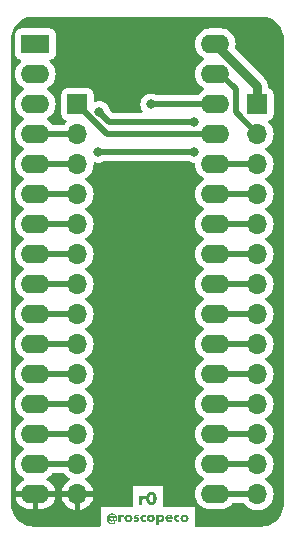
<source format=gbr>
%TF.GenerationSoftware,KiCad,Pcbnew,7.0.9*%
%TF.CreationDate,2023-12-21T11:34:42+00:00*%
%TF.ProjectId,flash-rom-expansion,666c6173-682d-4726-9f6d-2d657870616e,0*%
%TF.SameCoordinates,Original*%
%TF.FileFunction,Copper,L1,Top*%
%TF.FilePolarity,Positive*%
%FSLAX46Y46*%
G04 Gerber Fmt 4.6, Leading zero omitted, Abs format (unit mm)*
G04 Created by KiCad (PCBNEW 7.0.9) date 2023-12-21 11:34:42*
%MOMM*%
%LPD*%
G01*
G04 APERTURE LIST*
%ADD10C,0.200000*%
%TA.AperFunction,NonConductor*%
%ADD11C,0.200000*%
%TD*%
%TA.AperFunction,ComponentPad*%
%ADD12R,2.400000X1.600000*%
%TD*%
%TA.AperFunction,ComponentPad*%
%ADD13O,2.400000X1.600000*%
%TD*%
%TA.AperFunction,ComponentPad*%
%ADD14R,1.700000X1.700000*%
%TD*%
%TA.AperFunction,ComponentPad*%
%ADD15O,1.700000X1.700000*%
%TD*%
%TA.AperFunction,ViaPad*%
%ADD16C,0.800000*%
%TD*%
%TA.AperFunction,Conductor*%
%ADD17C,0.500000*%
%TD*%
%TA.AperFunction,Conductor*%
%ADD18C,0.750000*%
%TD*%
G04 APERTURE END LIST*
D10*
D11*
G36*
X147896780Y-120810949D02*
G01*
X148146884Y-120810949D01*
X148146884Y-120927941D01*
X148154741Y-120915847D01*
X148162924Y-120904293D01*
X148171434Y-120893281D01*
X148180269Y-120882809D01*
X148189431Y-120872879D01*
X148198920Y-120863489D01*
X148208734Y-120854641D01*
X148218875Y-120846333D01*
X148229342Y-120838567D01*
X148240136Y-120831341D01*
X148247512Y-120826824D01*
X148258860Y-120820495D01*
X148270556Y-120814789D01*
X148282600Y-120809705D01*
X148294991Y-120805243D01*
X148307730Y-120801404D01*
X148320817Y-120798188D01*
X148334251Y-120795594D01*
X148348034Y-120793623D01*
X148362164Y-120792274D01*
X148376642Y-120791547D01*
X148386487Y-120791409D01*
X148396304Y-120791409D01*
X148406242Y-120791409D01*
X148408469Y-120791409D01*
X148418797Y-120792014D01*
X148428481Y-120793470D01*
X148436068Y-120795073D01*
X148436068Y-121039560D01*
X148426422Y-121035020D01*
X148416625Y-121030927D01*
X148406678Y-121027281D01*
X148396581Y-121024081D01*
X148386333Y-121021328D01*
X148375936Y-121019021D01*
X148365388Y-121017160D01*
X148354689Y-121015746D01*
X148343841Y-121014779D01*
X148332842Y-121014258D01*
X148325426Y-121014159D01*
X148314456Y-121014365D01*
X148303833Y-121014983D01*
X148293558Y-121016013D01*
X148283630Y-121017456D01*
X148269389Y-121020393D01*
X148255929Y-121024257D01*
X148243251Y-121029048D01*
X148231354Y-121034767D01*
X148220239Y-121041413D01*
X148209905Y-121048986D01*
X148200352Y-121057487D01*
X148191581Y-121066915D01*
X148183593Y-121077232D01*
X148176391Y-121088399D01*
X148169975Y-121100416D01*
X148164344Y-121113283D01*
X148159499Y-121127000D01*
X148156705Y-121136617D01*
X148154261Y-121146612D01*
X148152166Y-121156985D01*
X148150420Y-121167735D01*
X148149023Y-121178864D01*
X148147976Y-121190370D01*
X148147277Y-121202254D01*
X148146928Y-121214515D01*
X148146884Y-121220788D01*
X148146884Y-121530000D01*
X147896780Y-121530000D01*
X147896780Y-120810949D01*
G37*
G36*
X148944277Y-120435949D02*
G01*
X148956309Y-120436421D01*
X148968221Y-120437208D01*
X148980012Y-120438310D01*
X148991683Y-120439727D01*
X149003234Y-120441459D01*
X149014665Y-120443505D01*
X149025975Y-120445867D01*
X149037166Y-120448543D01*
X149048236Y-120451534D01*
X149059186Y-120454840D01*
X149070016Y-120458460D01*
X149080725Y-120462396D01*
X149091314Y-120466646D01*
X149101783Y-120471212D01*
X149112132Y-120476092D01*
X149122329Y-120481259D01*
X149132343Y-120486686D01*
X149142174Y-120492372D01*
X149151822Y-120498318D01*
X149161286Y-120504523D01*
X149170567Y-120510988D01*
X149179665Y-120517712D01*
X149188580Y-120524696D01*
X149197312Y-120531939D01*
X149205860Y-120539442D01*
X149214226Y-120547204D01*
X149222408Y-120555226D01*
X149230407Y-120563508D01*
X149238223Y-120572049D01*
X149245855Y-120580849D01*
X149253305Y-120589909D01*
X149260560Y-120599187D01*
X149267612Y-120608704D01*
X149274459Y-120618459D01*
X149281102Y-120628453D01*
X149287541Y-120638686D01*
X149293776Y-120649157D01*
X149299807Y-120659866D01*
X149305634Y-120670814D01*
X149311256Y-120682001D01*
X149316674Y-120693426D01*
X149321888Y-120705089D01*
X149326898Y-120716991D01*
X149331704Y-120729132D01*
X149336305Y-120741511D01*
X149340702Y-120754129D01*
X149344896Y-120766985D01*
X149348859Y-120780052D01*
X149352566Y-120793302D01*
X149356018Y-120806735D01*
X149359214Y-120820352D01*
X149362155Y-120834152D01*
X149364840Y-120848135D01*
X149367269Y-120862301D01*
X149369442Y-120876650D01*
X149371360Y-120891182D01*
X149373022Y-120905898D01*
X149374428Y-120920797D01*
X149375579Y-120935879D01*
X149376474Y-120951144D01*
X149377113Y-120966592D01*
X149377496Y-120982224D01*
X149377624Y-120998039D01*
X149377496Y-121013824D01*
X149377113Y-121029428D01*
X149376474Y-121044850D01*
X149375579Y-121060092D01*
X149374428Y-121075152D01*
X149373022Y-121090030D01*
X149371360Y-121104728D01*
X149369442Y-121119244D01*
X149367269Y-121133579D01*
X149364840Y-121147733D01*
X149362155Y-121161705D01*
X149359214Y-121175496D01*
X149356018Y-121189106D01*
X149352566Y-121202535D01*
X149348859Y-121215782D01*
X149344896Y-121228848D01*
X149340702Y-121241708D01*
X149336305Y-121254337D01*
X149331704Y-121266735D01*
X149326898Y-121278903D01*
X149321888Y-121290839D01*
X149316674Y-121302545D01*
X149311256Y-121314019D01*
X149305634Y-121325263D01*
X149299807Y-121336276D01*
X149293776Y-121347058D01*
X149287541Y-121357609D01*
X149281102Y-121367929D01*
X149274459Y-121378018D01*
X149267612Y-121387877D01*
X149260560Y-121397504D01*
X149253305Y-121406901D01*
X149245855Y-121416020D01*
X149238223Y-121424876D01*
X149230407Y-121433468D01*
X149222408Y-121441797D01*
X149214226Y-121449863D01*
X149205860Y-121457665D01*
X149197312Y-121465205D01*
X149188580Y-121472480D01*
X149179665Y-121479493D01*
X149170567Y-121486242D01*
X149161286Y-121492728D01*
X149151822Y-121498950D01*
X149142174Y-121504909D01*
X149132343Y-121510605D01*
X149122329Y-121516038D01*
X149112132Y-121521207D01*
X149101783Y-121526057D01*
X149091314Y-121530595D01*
X149080725Y-121534819D01*
X149070016Y-121538731D01*
X149059186Y-121542330D01*
X149048236Y-121545616D01*
X149037166Y-121548589D01*
X149025975Y-121551249D01*
X149014665Y-121553596D01*
X149003234Y-121555630D01*
X148991683Y-121557351D01*
X148980012Y-121558759D01*
X148968221Y-121559854D01*
X148956309Y-121560637D01*
X148944277Y-121561106D01*
X148932125Y-121561263D01*
X148919768Y-121561106D01*
X148907548Y-121560637D01*
X148895466Y-121559854D01*
X148883521Y-121558759D01*
X148871713Y-121557351D01*
X148860043Y-121555630D01*
X148848510Y-121553596D01*
X148837115Y-121551249D01*
X148825857Y-121548589D01*
X148814736Y-121545616D01*
X148803753Y-121542330D01*
X148792907Y-121538731D01*
X148782198Y-121534819D01*
X148771627Y-121530595D01*
X148761193Y-121526057D01*
X148750897Y-121521207D01*
X148740786Y-121516038D01*
X148730846Y-121510605D01*
X148721078Y-121504909D01*
X148711482Y-121498950D01*
X148702058Y-121492728D01*
X148692805Y-121486242D01*
X148683724Y-121479493D01*
X148674815Y-121472480D01*
X148666078Y-121465205D01*
X148657512Y-121457665D01*
X148649118Y-121449863D01*
X148640896Y-121441797D01*
X148632846Y-121433468D01*
X148624967Y-121424876D01*
X148617260Y-121416020D01*
X148609725Y-121406901D01*
X148602410Y-121397504D01*
X148595303Y-121387877D01*
X148588404Y-121378018D01*
X148581713Y-121367929D01*
X148575230Y-121357609D01*
X148568955Y-121347058D01*
X148562888Y-121336276D01*
X148557029Y-121325263D01*
X148551378Y-121314019D01*
X148545935Y-121302545D01*
X148540700Y-121290839D01*
X148535673Y-121278903D01*
X148530854Y-121266735D01*
X148526243Y-121254337D01*
X148521840Y-121241708D01*
X148517645Y-121228848D01*
X148513682Y-121215782D01*
X148509974Y-121202535D01*
X148506522Y-121189106D01*
X148503326Y-121175496D01*
X148500386Y-121161705D01*
X148497701Y-121147733D01*
X148495272Y-121133579D01*
X148493099Y-121119244D01*
X148491181Y-121104728D01*
X148489519Y-121090030D01*
X148488113Y-121075152D01*
X148486962Y-121060092D01*
X148486067Y-121044850D01*
X148485428Y-121029428D01*
X148485044Y-121013824D01*
X148484917Y-120998039D01*
X148752362Y-120998039D01*
X148752474Y-121010981D01*
X148752809Y-121023704D01*
X148753367Y-121036208D01*
X148754148Y-121048494D01*
X148755153Y-121060560D01*
X148756381Y-121072408D01*
X148757832Y-121084036D01*
X148759507Y-121095446D01*
X148761404Y-121106636D01*
X148763525Y-121117608D01*
X148765063Y-121124801D01*
X148767583Y-121135338D01*
X148770287Y-121145609D01*
X148773175Y-121155614D01*
X148776249Y-121165353D01*
X148779507Y-121174825D01*
X148782949Y-121184031D01*
X148787826Y-121195892D01*
X148793032Y-121207280D01*
X148798565Y-121218195D01*
X148801455Y-121223475D01*
X148807462Y-121233622D01*
X148813759Y-121243182D01*
X148820346Y-121252154D01*
X148827223Y-121260539D01*
X148834390Y-121268335D01*
X148841847Y-121275544D01*
X148849594Y-121282166D01*
X148857631Y-121288199D01*
X148866008Y-121293580D01*
X148874652Y-121298244D01*
X148885832Y-121303064D01*
X148897430Y-121306763D01*
X148907009Y-121308916D01*
X148916855Y-121310351D01*
X148926968Y-121311068D01*
X148932125Y-121311158D01*
X148941979Y-121310799D01*
X148954017Y-121309342D01*
X148965745Y-121306763D01*
X148977163Y-121303064D01*
X148988271Y-121298244D01*
X148996933Y-121293580D01*
X149005398Y-121288199D01*
X149013653Y-121282166D01*
X149021564Y-121275544D01*
X149029132Y-121268335D01*
X149036356Y-121260539D01*
X149043237Y-121252154D01*
X149049774Y-121243182D01*
X149055968Y-121233622D01*
X149061818Y-121223475D01*
X149067340Y-121212797D01*
X149072550Y-121201646D01*
X149077446Y-121190021D01*
X149082029Y-121177923D01*
X149085261Y-121168540D01*
X149088318Y-121158890D01*
X149091198Y-121148974D01*
X149093902Y-121138791D01*
X149096430Y-121128343D01*
X149097233Y-121124801D01*
X149099547Y-121113975D01*
X149101633Y-121102930D01*
X149103491Y-121091667D01*
X149105122Y-121080184D01*
X149106525Y-121068483D01*
X149107700Y-121056562D01*
X149108649Y-121044423D01*
X149109369Y-121032065D01*
X149109862Y-121019487D01*
X149110128Y-121006691D01*
X149110178Y-120998039D01*
X149110064Y-120985310D01*
X149109723Y-120972771D01*
X149109154Y-120960420D01*
X149108358Y-120948259D01*
X149107334Y-120936286D01*
X149106082Y-120924502D01*
X149104603Y-120912908D01*
X149102897Y-120901502D01*
X149100963Y-120890285D01*
X149098801Y-120879256D01*
X149097233Y-120872009D01*
X149094764Y-120861304D01*
X149092119Y-120850895D01*
X149089297Y-120840782D01*
X149086300Y-120830965D01*
X149083126Y-120821445D01*
X149079777Y-120812220D01*
X149075037Y-120800382D01*
X149069984Y-120789071D01*
X149064618Y-120778286D01*
X149061818Y-120773091D01*
X149055968Y-120763115D01*
X149049774Y-120753704D01*
X149043237Y-120744858D01*
X149036356Y-120736577D01*
X149029132Y-120728860D01*
X149021564Y-120721708D01*
X149013653Y-120715121D01*
X149005398Y-120709099D01*
X148996933Y-120703661D01*
X148988271Y-120698948D01*
X148977163Y-120694076D01*
X148965745Y-120690337D01*
X148954017Y-120687732D01*
X148941979Y-120686259D01*
X148932125Y-120685896D01*
X148921878Y-120686259D01*
X148911899Y-120687346D01*
X148902186Y-120689159D01*
X148892741Y-120691697D01*
X148881310Y-120695889D01*
X148872466Y-120700058D01*
X148863889Y-120704953D01*
X148857631Y-120709099D01*
X148849594Y-120715121D01*
X148841847Y-120721708D01*
X148834390Y-120728860D01*
X148827223Y-120736577D01*
X148820346Y-120744858D01*
X148813759Y-120753704D01*
X148807462Y-120763115D01*
X148801455Y-120773091D01*
X148795758Y-120783612D01*
X148790388Y-120794661D01*
X148785347Y-120806235D01*
X148780634Y-120818337D01*
X148777314Y-120827759D01*
X148774179Y-120837477D01*
X148771229Y-120847491D01*
X148768463Y-120857801D01*
X148765882Y-120868408D01*
X148765063Y-120872009D01*
X148762793Y-120882911D01*
X148760747Y-120894003D01*
X148758924Y-120905283D01*
X148757324Y-120916752D01*
X148755947Y-120928409D01*
X148754793Y-120940256D01*
X148753863Y-120952292D01*
X148753156Y-120964516D01*
X148752673Y-120976930D01*
X148752412Y-120989532D01*
X148752362Y-120998039D01*
X148484917Y-120998039D01*
X148485044Y-120982224D01*
X148485428Y-120966592D01*
X148486067Y-120951144D01*
X148486962Y-120935879D01*
X148488113Y-120920797D01*
X148489519Y-120905898D01*
X148491181Y-120891182D01*
X148493099Y-120876650D01*
X148495272Y-120862301D01*
X148497701Y-120848135D01*
X148500386Y-120834152D01*
X148503326Y-120820352D01*
X148506522Y-120806735D01*
X148509974Y-120793302D01*
X148513682Y-120780052D01*
X148517645Y-120766985D01*
X148521840Y-120754129D01*
X148526243Y-120741511D01*
X148530854Y-120729132D01*
X148535673Y-120716991D01*
X148540700Y-120705089D01*
X148545935Y-120693426D01*
X148551378Y-120682001D01*
X148557029Y-120670814D01*
X148562888Y-120659866D01*
X148568955Y-120649157D01*
X148575230Y-120638686D01*
X148581713Y-120628453D01*
X148588404Y-120618459D01*
X148595303Y-120608704D01*
X148602410Y-120599187D01*
X148609725Y-120589909D01*
X148617260Y-120580849D01*
X148624967Y-120572049D01*
X148632846Y-120563508D01*
X148640896Y-120555226D01*
X148649118Y-120547204D01*
X148657512Y-120539442D01*
X148666078Y-120531939D01*
X148674815Y-120524696D01*
X148683724Y-120517712D01*
X148692805Y-120510988D01*
X148702058Y-120504523D01*
X148711482Y-120498318D01*
X148721078Y-120492372D01*
X148730846Y-120486686D01*
X148740786Y-120481259D01*
X148750897Y-120476092D01*
X148761193Y-120471212D01*
X148771627Y-120466646D01*
X148782198Y-120462396D01*
X148792907Y-120458460D01*
X148803753Y-120454840D01*
X148814736Y-120451534D01*
X148825857Y-120448543D01*
X148837115Y-120445867D01*
X148848510Y-120443505D01*
X148860043Y-120441459D01*
X148871713Y-120439727D01*
X148883521Y-120438310D01*
X148895466Y-120437208D01*
X148907548Y-120436421D01*
X148919768Y-120435949D01*
X148932125Y-120435792D01*
X148944277Y-120435949D01*
G37*
D10*
D11*
G36*
X145615186Y-122251320D02*
G01*
X145626447Y-122251677D01*
X145637613Y-122252273D01*
X145648683Y-122253106D01*
X145659656Y-122254178D01*
X145670533Y-122255488D01*
X145681314Y-122257036D01*
X145691999Y-122258822D01*
X145702588Y-122260846D01*
X145713080Y-122263108D01*
X145723477Y-122265608D01*
X145733777Y-122268347D01*
X145743981Y-122271324D01*
X145754089Y-122274539D01*
X145764100Y-122277992D01*
X145774016Y-122281683D01*
X145783825Y-122285557D01*
X145793470Y-122289608D01*
X145802950Y-122293837D01*
X145812264Y-122298242D01*
X145821414Y-122302825D01*
X145830399Y-122307585D01*
X145839220Y-122312521D01*
X145847875Y-122317635D01*
X145856365Y-122322926D01*
X145864691Y-122328394D01*
X145872852Y-122334039D01*
X145880848Y-122339861D01*
X145888679Y-122345861D01*
X145896345Y-122352037D01*
X145903846Y-122358390D01*
X145911183Y-122364921D01*
X145918340Y-122371612D01*
X145925303Y-122378449D01*
X145932072Y-122385430D01*
X145938648Y-122392557D01*
X145945029Y-122399828D01*
X145951217Y-122407245D01*
X145957211Y-122414806D01*
X145963011Y-122422513D01*
X145968617Y-122430365D01*
X145974029Y-122438361D01*
X145979248Y-122446503D01*
X145984272Y-122454790D01*
X145989103Y-122463222D01*
X145993740Y-122471798D01*
X145998183Y-122480520D01*
X146002432Y-122489387D01*
X146006478Y-122498341D01*
X146010263Y-122507372D01*
X146013787Y-122516482D01*
X146017050Y-122525669D01*
X146020052Y-122534934D01*
X146022793Y-122544277D01*
X146025272Y-122553698D01*
X146027491Y-122563197D01*
X146029449Y-122572774D01*
X146031146Y-122582428D01*
X146032581Y-122592160D01*
X146033756Y-122601971D01*
X146034670Y-122611859D01*
X146035322Y-122621824D01*
X146035714Y-122631868D01*
X146035844Y-122641990D01*
X146035776Y-122650517D01*
X146035569Y-122658952D01*
X146035226Y-122667296D01*
X146034745Y-122675549D01*
X146034127Y-122683709D01*
X146033371Y-122691779D01*
X146032478Y-122699756D01*
X146031448Y-122707642D01*
X146030280Y-122715437D01*
X146028271Y-122726956D01*
X146025952Y-122738270D01*
X146023325Y-122749378D01*
X146020388Y-122760280D01*
X146018259Y-122767433D01*
X146014866Y-122777922D01*
X146011209Y-122788139D01*
X146007287Y-122798086D01*
X146003100Y-122807760D01*
X145998650Y-122817164D01*
X145993934Y-122826296D01*
X145988955Y-122835157D01*
X145983711Y-122843747D01*
X145978202Y-122852065D01*
X145972429Y-122860112D01*
X145968433Y-122865325D01*
X145962271Y-122872891D01*
X145955876Y-122880127D01*
X145949247Y-122887032D01*
X145942385Y-122893609D01*
X145935289Y-122899855D01*
X145927959Y-122905772D01*
X145920396Y-122911359D01*
X145912599Y-122916616D01*
X145904569Y-122921544D01*
X145896305Y-122926142D01*
X145890666Y-122929024D01*
X145882067Y-122933040D01*
X145873269Y-122936660D01*
X145864271Y-122939886D01*
X145855074Y-122942717D01*
X145845678Y-122945153D01*
X145836083Y-122947193D01*
X145826288Y-122948839D01*
X145816294Y-122950090D01*
X145806101Y-122950946D01*
X145795709Y-122951406D01*
X145788671Y-122951494D01*
X145779237Y-122951132D01*
X145770108Y-122950044D01*
X145761285Y-122948231D01*
X145752767Y-122945693D01*
X145744554Y-122942431D01*
X145736647Y-122938443D01*
X145733569Y-122936644D01*
X145726146Y-122931690D01*
X145719018Y-122926230D01*
X145712186Y-122920264D01*
X145705649Y-122913792D01*
X145699409Y-122906815D01*
X145693464Y-122899332D01*
X145691169Y-122896198D01*
X145684235Y-122902810D01*
X145677357Y-122908945D01*
X145670533Y-122914602D01*
X145663765Y-122919782D01*
X145657051Y-122924485D01*
X145650392Y-122928710D01*
X145641600Y-122933601D01*
X145632905Y-122937643D01*
X145624307Y-122940837D01*
X145620045Y-122942115D01*
X145611665Y-122944314D01*
X145603425Y-122946219D01*
X145595325Y-122947831D01*
X145587366Y-122949150D01*
X145579547Y-122950175D01*
X145569971Y-122951045D01*
X145560614Y-122951458D01*
X145556933Y-122951494D01*
X145547807Y-122951229D01*
X145538602Y-122950432D01*
X145529318Y-122949104D01*
X145519955Y-122947244D01*
X145510511Y-122944854D01*
X145500989Y-122941932D01*
X145491387Y-122938479D01*
X145484134Y-122935541D01*
X145481706Y-122934495D01*
X145474474Y-122931152D01*
X145467358Y-122927573D01*
X145460360Y-122923756D01*
X145453478Y-122919703D01*
X145446713Y-122915413D01*
X145440064Y-122910885D01*
X145433533Y-122906121D01*
X145427118Y-122901119D01*
X145420820Y-122895881D01*
X145414639Y-122890405D01*
X145410583Y-122886623D01*
X145404667Y-122880728D01*
X145398937Y-122874620D01*
X145393392Y-122868299D01*
X145388033Y-122861766D01*
X145382859Y-122855019D01*
X145377871Y-122848059D01*
X145373068Y-122840886D01*
X145368451Y-122833501D01*
X145364019Y-122825902D01*
X145359772Y-122818090D01*
X145357045Y-122812764D01*
X145353203Y-122804627D01*
X145349740Y-122796335D01*
X145346655Y-122787889D01*
X145343947Y-122779288D01*
X145341617Y-122770532D01*
X145339665Y-122761622D01*
X145338091Y-122752558D01*
X145336895Y-122743338D01*
X145336076Y-122733965D01*
X145335635Y-122724436D01*
X145335551Y-122717998D01*
X145335629Y-122713895D01*
X145460604Y-122713895D01*
X145460920Y-122722060D01*
X145461867Y-122730143D01*
X145463447Y-122738144D01*
X145465659Y-122746062D01*
X145468503Y-122753897D01*
X145469592Y-122756491D01*
X145473175Y-122764072D01*
X145477185Y-122771283D01*
X145481620Y-122778122D01*
X145486481Y-122784591D01*
X145491768Y-122790689D01*
X145493625Y-122792639D01*
X145499533Y-122798148D01*
X145505825Y-122803245D01*
X145512502Y-122807930D01*
X145519564Y-122812203D01*
X145527010Y-122816063D01*
X145529578Y-122817258D01*
X145537400Y-122820379D01*
X145545331Y-122822855D01*
X145553373Y-122824684D01*
X145561525Y-122825868D01*
X145569786Y-122826406D01*
X145572564Y-122826442D01*
X145580929Y-122826119D01*
X145589170Y-122825150D01*
X145597287Y-122823536D01*
X145605281Y-122821276D01*
X145613151Y-122818370D01*
X145615747Y-122817258D01*
X145623314Y-122813535D01*
X145630484Y-122809400D01*
X145637254Y-122804852D01*
X145643627Y-122799893D01*
X145649601Y-122794521D01*
X145651504Y-122792639D01*
X145656992Y-122786665D01*
X145662028Y-122780320D01*
X145666609Y-122773604D01*
X145670738Y-122766517D01*
X145674413Y-122759059D01*
X145675537Y-122756491D01*
X145678592Y-122748683D01*
X145681014Y-122740792D01*
X145682805Y-122732819D01*
X145683964Y-122724764D01*
X145684490Y-122716626D01*
X145684525Y-122713895D01*
X145684209Y-122705816D01*
X145683261Y-122697848D01*
X145681681Y-122689990D01*
X145679470Y-122682241D01*
X145676626Y-122674602D01*
X145675537Y-122672080D01*
X145672013Y-122664618D01*
X145668036Y-122657472D01*
X145663605Y-122650641D01*
X145658721Y-122644127D01*
X145653384Y-122637928D01*
X145651504Y-122635933D01*
X145645663Y-122630224D01*
X145639423Y-122624969D01*
X145632785Y-122620167D01*
X145625748Y-122615819D01*
X145618313Y-122611924D01*
X145615747Y-122610727D01*
X145607918Y-122607539D01*
X145599965Y-122605011D01*
X145591889Y-122603143D01*
X145583690Y-122601934D01*
X145575366Y-122601384D01*
X145572564Y-122601348D01*
X145564266Y-122601677D01*
X145556078Y-122602667D01*
X145548000Y-122604315D01*
X145540031Y-122606623D01*
X145532173Y-122609591D01*
X145529578Y-122610727D01*
X145522003Y-122614470D01*
X145514813Y-122618668D01*
X145508008Y-122623318D01*
X145501587Y-122628422D01*
X145495552Y-122633979D01*
X145493625Y-122635933D01*
X145488196Y-122642026D01*
X145483193Y-122648435D01*
X145478616Y-122655160D01*
X145474464Y-122662201D01*
X145470739Y-122669558D01*
X145469592Y-122672080D01*
X145466537Y-122679683D01*
X145464115Y-122687394D01*
X145462324Y-122695216D01*
X145461165Y-122703148D01*
X145460639Y-122711190D01*
X145460604Y-122713895D01*
X145335629Y-122713895D01*
X145335730Y-122708546D01*
X145336266Y-122699243D01*
X145337159Y-122690086D01*
X145338409Y-122681078D01*
X145340016Y-122672217D01*
X145341981Y-122663504D01*
X145344303Y-122654938D01*
X145346982Y-122646520D01*
X145350018Y-122638250D01*
X145353411Y-122630128D01*
X145355872Y-122624795D01*
X145359825Y-122616951D01*
X145363992Y-122609321D01*
X145368371Y-122601903D01*
X145372963Y-122594698D01*
X145377768Y-122587706D01*
X145382786Y-122580927D01*
X145388017Y-122574362D01*
X145393461Y-122568009D01*
X145399118Y-122561869D01*
X145404988Y-122555941D01*
X145409019Y-122552108D01*
X145415224Y-122546552D01*
X145421599Y-122541239D01*
X145428147Y-122536170D01*
X145434866Y-122531345D01*
X145441758Y-122526763D01*
X145448820Y-122522426D01*
X145456055Y-122518332D01*
X145463461Y-122514483D01*
X145471039Y-122510877D01*
X145478789Y-122507515D01*
X145484051Y-122505409D01*
X145492015Y-122502441D01*
X145500006Y-122499765D01*
X145508025Y-122497381D01*
X145516071Y-122495288D01*
X145524145Y-122493488D01*
X145532246Y-122491980D01*
X145540375Y-122490763D01*
X145548531Y-122489839D01*
X145556715Y-122489206D01*
X145564926Y-122488865D01*
X145570415Y-122488801D01*
X145579393Y-122488957D01*
X145588154Y-122489426D01*
X145596699Y-122490207D01*
X145605027Y-122491301D01*
X145613139Y-122492708D01*
X145621035Y-122494427D01*
X145628715Y-122496458D01*
X145636177Y-122498802D01*
X145645791Y-122502414D01*
X145655021Y-122506581D01*
X145663759Y-122511207D01*
X145671898Y-122516192D01*
X145679439Y-122521538D01*
X145686382Y-122527244D01*
X145692726Y-122533311D01*
X145698472Y-122539737D01*
X145703619Y-122546524D01*
X145708168Y-122553672D01*
X145718133Y-122498570D01*
X145821301Y-122498570D01*
X145787694Y-122774076D01*
X145786737Y-122782324D01*
X145785942Y-122790582D01*
X145785309Y-122798849D01*
X145784839Y-122807125D01*
X145784531Y-122815412D01*
X145784385Y-122823707D01*
X145784372Y-122827028D01*
X145785275Y-122835336D01*
X145788267Y-122842623D01*
X145789843Y-122844809D01*
X145796047Y-122849792D01*
X145803325Y-122851452D01*
X145811290Y-122851042D01*
X145819063Y-122849811D01*
X145826646Y-122847760D01*
X145834039Y-122844888D01*
X145841240Y-122841196D01*
X145848250Y-122836683D01*
X145851001Y-122834648D01*
X145857702Y-122829060D01*
X145864126Y-122822917D01*
X145870273Y-122816222D01*
X145876143Y-122808972D01*
X145881737Y-122801170D01*
X145886013Y-122794530D01*
X145889103Y-122789317D01*
X145893087Y-122782112D01*
X145896833Y-122774662D01*
X145900341Y-122766969D01*
X145903611Y-122759031D01*
X145906643Y-122750849D01*
X145909436Y-122742422D01*
X145911992Y-122733752D01*
X145914309Y-122724837D01*
X145916416Y-122715717D01*
X145918241Y-122706531D01*
X145919786Y-122697277D01*
X145921050Y-122687956D01*
X145922033Y-122678568D01*
X145922735Y-122669113D01*
X145923157Y-122659590D01*
X145923297Y-122650001D01*
X145923201Y-122641985D01*
X145922912Y-122634058D01*
X145922432Y-122626219D01*
X145921350Y-122614627D01*
X145919835Y-122603234D01*
X145917888Y-122592041D01*
X145915507Y-122581047D01*
X145912694Y-122570251D01*
X145909449Y-122559655D01*
X145905770Y-122549259D01*
X145901659Y-122539061D01*
X145898677Y-122532374D01*
X145893900Y-122522548D01*
X145888799Y-122513000D01*
X145883376Y-122503730D01*
X145877630Y-122494739D01*
X145871561Y-122486026D01*
X145865169Y-122477591D01*
X145858454Y-122469434D01*
X145851416Y-122461555D01*
X145844056Y-122453955D01*
X145836373Y-122446633D01*
X145831071Y-122441906D01*
X145822877Y-122435058D01*
X145814415Y-122428509D01*
X145805685Y-122422258D01*
X145796688Y-122416306D01*
X145787422Y-122410653D01*
X145777889Y-122405299D01*
X145768087Y-122400244D01*
X145758018Y-122395488D01*
X145747681Y-122391030D01*
X145737076Y-122386871D01*
X145729857Y-122384265D01*
X145718897Y-122380598D01*
X145707779Y-122377292D01*
X145696503Y-122374347D01*
X145685069Y-122371762D01*
X145677358Y-122370240D01*
X145669578Y-122368877D01*
X145661727Y-122367675D01*
X145653806Y-122366633D01*
X145645814Y-122365752D01*
X145637753Y-122365031D01*
X145629621Y-122364470D01*
X145621419Y-122364069D01*
X145613147Y-122363828D01*
X145604804Y-122363748D01*
X145595203Y-122363852D01*
X145585692Y-122364163D01*
X145576274Y-122364683D01*
X145566947Y-122365409D01*
X145557711Y-122366343D01*
X145548568Y-122367485D01*
X145539515Y-122368835D01*
X145530555Y-122370392D01*
X145521686Y-122372156D01*
X145512908Y-122374129D01*
X145504222Y-122376308D01*
X145495628Y-122378696D01*
X145487125Y-122381291D01*
X145478714Y-122384094D01*
X145470395Y-122387104D01*
X145462167Y-122390322D01*
X145454078Y-122393696D01*
X145446126Y-122397222D01*
X145438312Y-122400901D01*
X145430635Y-122404732D01*
X145423095Y-122408716D01*
X145415693Y-122412853D01*
X145408429Y-122417143D01*
X145401301Y-122421585D01*
X145394311Y-122426180D01*
X145387459Y-122430927D01*
X145380744Y-122435827D01*
X145374166Y-122440880D01*
X145367726Y-122446086D01*
X145361423Y-122451444D01*
X145355257Y-122456954D01*
X145349229Y-122462618D01*
X145343374Y-122468402D01*
X145337679Y-122474323D01*
X145332145Y-122480382D01*
X145326771Y-122486578D01*
X145321557Y-122492912D01*
X145316503Y-122499382D01*
X145311610Y-122505991D01*
X145306877Y-122512736D01*
X145302304Y-122519619D01*
X145297892Y-122526640D01*
X145293640Y-122533798D01*
X145289548Y-122541093D01*
X145285616Y-122548526D01*
X145281845Y-122556096D01*
X145278234Y-122563803D01*
X145274784Y-122571648D01*
X145271542Y-122579573D01*
X145268510Y-122587569D01*
X145265686Y-122595638D01*
X145263072Y-122603778D01*
X145260667Y-122611990D01*
X145258471Y-122620273D01*
X145256484Y-122628629D01*
X145254707Y-122637056D01*
X145253138Y-122645555D01*
X145251779Y-122654126D01*
X145250629Y-122662768D01*
X145249688Y-122671482D01*
X145248956Y-122680268D01*
X145248433Y-122689126D01*
X145248119Y-122698055D01*
X145248015Y-122707056D01*
X145248128Y-122717151D01*
X145248466Y-122727114D01*
X145249031Y-122736947D01*
X145249822Y-122746648D01*
X145250839Y-122756218D01*
X145252081Y-122765656D01*
X145253550Y-122774963D01*
X145255244Y-122784139D01*
X145257164Y-122793184D01*
X145259311Y-122802097D01*
X145261683Y-122810879D01*
X145264281Y-122819530D01*
X145267105Y-122828049D01*
X145270155Y-122836438D01*
X145273431Y-122844695D01*
X145276933Y-122852820D01*
X145280652Y-122860777D01*
X145284532Y-122868577D01*
X145288572Y-122876219D01*
X145292772Y-122883705D01*
X145297133Y-122891033D01*
X145301653Y-122898204D01*
X145306334Y-122905217D01*
X145311176Y-122912073D01*
X145316177Y-122918773D01*
X145321339Y-122925314D01*
X145326661Y-122931699D01*
X145332144Y-122937927D01*
X145337787Y-122943997D01*
X145343590Y-122949910D01*
X145349553Y-122955665D01*
X145355677Y-122961264D01*
X145361971Y-122966678D01*
X145368396Y-122971928D01*
X145374952Y-122977015D01*
X145381640Y-122981939D01*
X145388459Y-122986700D01*
X145395409Y-122991297D01*
X145402491Y-122995730D01*
X145409703Y-123000001D01*
X145417047Y-123004108D01*
X145424523Y-123008052D01*
X145432129Y-123011832D01*
X145439867Y-123015449D01*
X145447736Y-123018903D01*
X145455737Y-123022193D01*
X145463869Y-123025320D01*
X145472132Y-123028284D01*
X145480493Y-123031100D01*
X145488917Y-123033734D01*
X145497406Y-123036186D01*
X145505959Y-123038457D01*
X145514577Y-123040546D01*
X145523258Y-123042453D01*
X145532003Y-123044179D01*
X145540813Y-123045723D01*
X145549687Y-123047086D01*
X145558624Y-123048266D01*
X145567626Y-123049265D01*
X145576692Y-123050083D01*
X145585822Y-123050719D01*
X145595016Y-123051173D01*
X145604275Y-123051445D01*
X145613597Y-123051536D01*
X145621678Y-123051509D01*
X145629580Y-123051426D01*
X145639838Y-123051231D01*
X145649779Y-123050938D01*
X145659402Y-123050547D01*
X145668708Y-123050058D01*
X145677696Y-123049472D01*
X145686366Y-123048788D01*
X145690583Y-123048410D01*
X145698923Y-123047592D01*
X145707142Y-123046602D01*
X145715239Y-123045442D01*
X145723213Y-123044111D01*
X145731066Y-123042609D01*
X145738796Y-123040936D01*
X145746404Y-123039092D01*
X145753890Y-123037077D01*
X145763114Y-123034365D01*
X145772224Y-123031356D01*
X145781219Y-123028052D01*
X145790099Y-123024453D01*
X145798865Y-123020557D01*
X145807517Y-123016366D01*
X145810945Y-123014607D01*
X145817864Y-123010909D01*
X145824941Y-123006950D01*
X145832176Y-123002727D01*
X145839571Y-122998242D01*
X145847124Y-122993495D01*
X145854836Y-122988485D01*
X145862707Y-122983212D01*
X145870736Y-122977677D01*
X145918803Y-123077133D01*
X145910229Y-123082563D01*
X145901605Y-123087815D01*
X145892931Y-123092889D01*
X145884206Y-123097784D01*
X145875431Y-123102500D01*
X145866605Y-123107037D01*
X145857729Y-123111396D01*
X145848803Y-123115577D01*
X145839826Y-123119578D01*
X145830799Y-123123402D01*
X145821722Y-123127046D01*
X145812594Y-123130512D01*
X145803416Y-123133799D01*
X145794187Y-123136908D01*
X145784908Y-123139838D01*
X145775579Y-123142590D01*
X145766175Y-123145193D01*
X145756672Y-123147627D01*
X145747069Y-123149894D01*
X145737367Y-123151993D01*
X145727566Y-123153924D01*
X145717666Y-123155687D01*
X145707667Y-123157283D01*
X145697568Y-123158710D01*
X145687370Y-123159969D01*
X145677073Y-123161061D01*
X145666677Y-123161984D01*
X145656181Y-123162740D01*
X145645586Y-123163328D01*
X145634892Y-123163747D01*
X145624099Y-123163999D01*
X145613206Y-123164083D01*
X145599540Y-123163941D01*
X145586044Y-123163515D01*
X145572716Y-123162806D01*
X145559559Y-123161812D01*
X145546570Y-123160534D01*
X145533751Y-123158972D01*
X145521102Y-123157127D01*
X145508622Y-123154997D01*
X145496311Y-123152584D01*
X145484170Y-123149887D01*
X145472198Y-123146905D01*
X145460396Y-123143640D01*
X145448763Y-123140091D01*
X145437300Y-123136258D01*
X145426006Y-123132141D01*
X145414881Y-123127740D01*
X145403945Y-123123094D01*
X145393214Y-123118242D01*
X145382689Y-123113184D01*
X145372371Y-123107920D01*
X145362258Y-123102449D01*
X145352352Y-123096773D01*
X145342652Y-123090891D01*
X145333158Y-123084802D01*
X145323869Y-123078507D01*
X145314787Y-123072007D01*
X145305912Y-123065300D01*
X145297242Y-123058387D01*
X145288778Y-123051268D01*
X145280520Y-123043943D01*
X145272469Y-123036412D01*
X145264623Y-123028675D01*
X145257014Y-123020780D01*
X145249623Y-123012726D01*
X145242451Y-123004513D01*
X145235497Y-122996142D01*
X145228761Y-122987612D01*
X145222244Y-122978923D01*
X145215945Y-122970075D01*
X145209864Y-122961069D01*
X145204001Y-122951903D01*
X145198357Y-122942579D01*
X145192931Y-122933097D01*
X145187723Y-122923455D01*
X145182734Y-122913655D01*
X145177963Y-122903696D01*
X145173410Y-122893578D01*
X145169075Y-122883302D01*
X145165006Y-122872882D01*
X145161198Y-122862382D01*
X145157654Y-122851803D01*
X145154372Y-122841145D01*
X145151352Y-122830408D01*
X145148595Y-122819591D01*
X145146101Y-122808695D01*
X145143869Y-122797719D01*
X145141900Y-122786664D01*
X145140194Y-122775530D01*
X145138749Y-122764316D01*
X145137568Y-122753023D01*
X145136649Y-122741650D01*
X145135993Y-122730198D01*
X145135599Y-122718667D01*
X145135467Y-122707056D01*
X145135609Y-122695043D01*
X145136032Y-122683135D01*
X145136738Y-122671333D01*
X145137727Y-122659636D01*
X145138998Y-122648045D01*
X145140551Y-122636558D01*
X145142386Y-122625177D01*
X145144504Y-122613902D01*
X145146905Y-122602732D01*
X145149588Y-122591667D01*
X145152553Y-122580707D01*
X145155801Y-122569853D01*
X145159331Y-122559104D01*
X145163143Y-122548460D01*
X145167238Y-122537922D01*
X145171615Y-122527489D01*
X145176239Y-122517193D01*
X145181074Y-122507067D01*
X145186119Y-122497110D01*
X145191375Y-122487323D01*
X145196841Y-122477705D01*
X145202518Y-122468257D01*
X145208406Y-122458978D01*
X145214504Y-122449868D01*
X145220814Y-122440928D01*
X145227333Y-122432158D01*
X145234064Y-122423556D01*
X145241005Y-122415125D01*
X145248157Y-122406862D01*
X145255519Y-122398770D01*
X145263092Y-122390846D01*
X145270876Y-122383092D01*
X145278851Y-122375525D01*
X145286999Y-122368163D01*
X145295319Y-122361005D01*
X145303812Y-122354052D01*
X145312477Y-122347303D01*
X145321315Y-122340759D01*
X145330325Y-122334419D01*
X145339508Y-122328284D01*
X145348863Y-122322354D01*
X145358391Y-122316628D01*
X145368091Y-122311106D01*
X145377964Y-122305789D01*
X145388009Y-122300677D01*
X145398227Y-122295769D01*
X145408617Y-122291066D01*
X145419180Y-122286568D01*
X145429908Y-122282285D01*
X145440744Y-122278279D01*
X145451688Y-122274549D01*
X145462741Y-122271095D01*
X145473902Y-122267917D01*
X145485171Y-122265016D01*
X145496549Y-122262391D01*
X145508035Y-122260043D01*
X145519630Y-122257971D01*
X145531333Y-122256175D01*
X145543145Y-122254655D01*
X145555064Y-122253412D01*
X145567093Y-122252445D01*
X145579229Y-122251754D01*
X145591474Y-122251339D01*
X145603828Y-122251201D01*
X145615186Y-122251320D01*
G37*
G36*
X146143702Y-122388759D02*
G01*
X146343786Y-122388759D01*
X146343786Y-122482353D01*
X146350071Y-122472677D01*
X146356618Y-122463434D01*
X146363425Y-122454625D01*
X146370494Y-122446247D01*
X146377823Y-122438303D01*
X146385414Y-122430791D01*
X146393265Y-122423713D01*
X146401378Y-122417066D01*
X146409752Y-122410853D01*
X146418387Y-122405073D01*
X146424288Y-122401459D01*
X146433366Y-122396396D01*
X146442723Y-122391831D01*
X146452358Y-122387764D01*
X146462271Y-122384194D01*
X146472462Y-122381123D01*
X146482932Y-122378550D01*
X146493679Y-122376475D01*
X146504705Y-122374898D01*
X146516009Y-122373819D01*
X146527591Y-122373238D01*
X146535467Y-122373127D01*
X146543321Y-122373127D01*
X146551271Y-122373127D01*
X146553053Y-122373127D01*
X146561316Y-122373611D01*
X146569063Y-122374776D01*
X146575132Y-122376058D01*
X146575132Y-122571648D01*
X146567415Y-122568016D01*
X146559578Y-122564742D01*
X146551620Y-122561825D01*
X146543543Y-122559265D01*
X146535345Y-122557062D01*
X146527027Y-122555216D01*
X146518588Y-122553728D01*
X146510030Y-122552597D01*
X146501351Y-122551823D01*
X146492552Y-122551406D01*
X146486619Y-122551327D01*
X146477843Y-122551492D01*
X146469345Y-122551986D01*
X146461124Y-122552811D01*
X146453182Y-122553965D01*
X146441789Y-122556314D01*
X146431022Y-122559405D01*
X146420879Y-122563238D01*
X146411362Y-122567813D01*
X146402469Y-122573130D01*
X146394202Y-122579189D01*
X146386560Y-122585989D01*
X146379543Y-122593532D01*
X146373153Y-122601785D01*
X146367391Y-122610719D01*
X146362258Y-122620333D01*
X146357753Y-122630626D01*
X146353877Y-122641600D01*
X146351642Y-122649294D01*
X146349687Y-122657290D01*
X146348011Y-122665588D01*
X146346614Y-122674188D01*
X146345497Y-122683091D01*
X146344659Y-122692296D01*
X146344100Y-122701803D01*
X146343821Y-122711612D01*
X146343786Y-122716630D01*
X146343786Y-122964000D01*
X146143702Y-122964000D01*
X146143702Y-122388759D01*
G37*
G36*
X146998387Y-122363839D02*
G01*
X147007516Y-122364112D01*
X147016559Y-122364566D01*
X147025516Y-122365202D01*
X147034388Y-122366019D01*
X147043175Y-122367018D01*
X147051876Y-122368199D01*
X147060492Y-122369561D01*
X147069022Y-122371105D01*
X147077467Y-122372831D01*
X147085826Y-122374738D01*
X147094100Y-122376827D01*
X147102288Y-122379098D01*
X147110391Y-122381551D01*
X147118408Y-122384185D01*
X147126340Y-122387000D01*
X147134163Y-122389955D01*
X147141855Y-122393054D01*
X147149416Y-122396299D01*
X147156846Y-122399689D01*
X147164144Y-122403223D01*
X147171311Y-122406903D01*
X147178347Y-122410728D01*
X147185251Y-122414697D01*
X147192024Y-122418812D01*
X147198666Y-122423072D01*
X147205177Y-122427477D01*
X147211556Y-122432026D01*
X147220879Y-122439123D01*
X147229906Y-122446546D01*
X147235761Y-122451676D01*
X147244298Y-122459582D01*
X147252471Y-122467766D01*
X147260281Y-122476228D01*
X147267726Y-122484969D01*
X147274807Y-122493988D01*
X147281524Y-122503285D01*
X147287877Y-122512860D01*
X147293866Y-122522714D01*
X147299491Y-122532845D01*
X147304751Y-122543255D01*
X147308056Y-122550350D01*
X147311180Y-122557553D01*
X147314101Y-122564852D01*
X147316822Y-122572245D01*
X147319340Y-122579732D01*
X147321658Y-122587314D01*
X147323773Y-122594991D01*
X147325688Y-122602763D01*
X147327400Y-122610629D01*
X147328912Y-122618590D01*
X147330221Y-122626645D01*
X147331330Y-122634795D01*
X147332236Y-122643040D01*
X147332942Y-122651379D01*
X147333445Y-122659813D01*
X147333748Y-122668342D01*
X147333848Y-122676965D01*
X147333745Y-122685565D01*
X147333436Y-122694071D01*
X147332921Y-122702485D01*
X147332200Y-122710805D01*
X147331272Y-122719032D01*
X147330139Y-122727166D01*
X147328799Y-122735207D01*
X147327254Y-122743155D01*
X147325502Y-122751010D01*
X147323544Y-122758771D01*
X147321381Y-122766440D01*
X147319011Y-122774015D01*
X147316435Y-122781497D01*
X147313653Y-122788887D01*
X147310664Y-122796183D01*
X147307470Y-122803385D01*
X147304097Y-122810481D01*
X147298750Y-122820895D01*
X147293060Y-122831034D01*
X147287026Y-122840898D01*
X147280649Y-122850488D01*
X147273929Y-122859802D01*
X147266865Y-122868842D01*
X147259457Y-122877608D01*
X147251707Y-122886098D01*
X147243612Y-122894314D01*
X147235174Y-122902255D01*
X147226438Y-122909857D01*
X147217376Y-122917129D01*
X147207987Y-122924072D01*
X147201547Y-122928517D01*
X147194961Y-122932816D01*
X147188231Y-122936968D01*
X147181356Y-122940974D01*
X147174335Y-122944833D01*
X147167170Y-122948545D01*
X147159859Y-122952111D01*
X147152404Y-122955530D01*
X147144803Y-122958803D01*
X147137058Y-122961930D01*
X147129167Y-122964909D01*
X147125167Y-122966344D01*
X147117090Y-122969089D01*
X147108928Y-122971657D01*
X147100683Y-122974047D01*
X147092353Y-122976260D01*
X147083940Y-122978297D01*
X147075443Y-122980156D01*
X147066861Y-122981838D01*
X147058196Y-122983344D01*
X147049447Y-122984672D01*
X147040614Y-122985823D01*
X147031696Y-122986797D01*
X147022695Y-122987593D01*
X147013610Y-122988213D01*
X147004441Y-122988656D01*
X146995188Y-122988921D01*
X146985851Y-122989010D01*
X146976662Y-122988921D01*
X146967561Y-122988656D01*
X146958546Y-122988213D01*
X146949618Y-122987593D01*
X146940777Y-122986797D01*
X146932023Y-122985823D01*
X146923356Y-122984672D01*
X146914777Y-122983344D01*
X146906284Y-122981838D01*
X146897878Y-122980156D01*
X146889559Y-122978297D01*
X146881328Y-122976260D01*
X146873183Y-122974047D01*
X146865125Y-122971657D01*
X146857154Y-122969089D01*
X146849271Y-122966344D01*
X146841522Y-122963435D01*
X146833908Y-122960376D01*
X146826428Y-122957165D01*
X146819082Y-122953802D01*
X146811871Y-122950289D01*
X146804794Y-122946625D01*
X146797851Y-122942809D01*
X146791043Y-122938842D01*
X146784369Y-122934725D01*
X146774610Y-122928265D01*
X146765153Y-122921465D01*
X146755999Y-122914325D01*
X146747147Y-122906844D01*
X146741413Y-122901669D01*
X146733085Y-122893614D01*
X146725101Y-122885279D01*
X146717460Y-122876661D01*
X146710162Y-122867762D01*
X146703208Y-122858581D01*
X146696597Y-122849118D01*
X146690330Y-122839374D01*
X146684407Y-122829348D01*
X146678827Y-122819041D01*
X146675297Y-122812013D01*
X146671921Y-122804860D01*
X146670289Y-122801236D01*
X146667190Y-122793882D01*
X146664290Y-122786426D01*
X146661591Y-122778867D01*
X146659091Y-122771206D01*
X146656791Y-122763443D01*
X146654692Y-122755578D01*
X146652792Y-122747610D01*
X146651092Y-122739540D01*
X146649592Y-122731368D01*
X146648292Y-122723094D01*
X146647193Y-122714717D01*
X146646293Y-122706238D01*
X146645593Y-122697656D01*
X146645093Y-122688973D01*
X146644793Y-122680187D01*
X146644730Y-122674621D01*
X146858650Y-122674621D01*
X146858907Y-122683783D01*
X146859680Y-122692706D01*
X146860968Y-122701391D01*
X146862771Y-122709837D01*
X146865090Y-122718045D01*
X146867923Y-122726015D01*
X146869201Y-122729136D01*
X146872660Y-122736677D01*
X146876444Y-122743912D01*
X146880552Y-122750843D01*
X146884985Y-122757468D01*
X146889742Y-122763788D01*
X146894823Y-122769802D01*
X146896947Y-122772122D01*
X146902543Y-122777662D01*
X146908464Y-122782800D01*
X146914710Y-122787538D01*
X146921280Y-122791875D01*
X146928174Y-122795812D01*
X146935392Y-122799348D01*
X146938370Y-122800650D01*
X146945948Y-122803577D01*
X146953659Y-122806008D01*
X146961503Y-122807943D01*
X146969481Y-122809382D01*
X146977592Y-122810324D01*
X146985838Y-122810771D01*
X146989173Y-122810810D01*
X146997523Y-122810562D01*
X147005720Y-122809818D01*
X147013765Y-122808578D01*
X147021657Y-122806841D01*
X147029397Y-122804609D01*
X147036983Y-122801880D01*
X147039975Y-122800650D01*
X147047319Y-122797274D01*
X147054329Y-122793498D01*
X147061004Y-122789321D01*
X147067346Y-122784744D01*
X147074515Y-122778721D01*
X147080122Y-122773262D01*
X147081204Y-122772122D01*
X147086471Y-122766230D01*
X147091405Y-122760032D01*
X147096004Y-122753529D01*
X147100270Y-122746721D01*
X147104202Y-122739607D01*
X147107799Y-122732189D01*
X147109145Y-122729136D01*
X147112241Y-122721290D01*
X147114812Y-122713264D01*
X147116859Y-122705056D01*
X147118380Y-122696667D01*
X147119377Y-122688096D01*
X147119850Y-122679344D01*
X147119892Y-122675793D01*
X147119629Y-122667311D01*
X147118842Y-122658963D01*
X147117530Y-122650749D01*
X147115694Y-122642668D01*
X147113332Y-122634720D01*
X147110446Y-122626906D01*
X147109145Y-122623818D01*
X147105681Y-122616277D01*
X147101883Y-122609041D01*
X147097751Y-122602111D01*
X147093285Y-122595486D01*
X147088485Y-122589166D01*
X147083351Y-122583152D01*
X147081204Y-122580831D01*
X147075663Y-122575292D01*
X147068574Y-122569174D01*
X147061004Y-122563632D01*
X147054329Y-122559455D01*
X147047319Y-122555679D01*
X147039975Y-122552304D01*
X147032450Y-122549320D01*
X147024771Y-122546843D01*
X147016940Y-122544871D01*
X147008957Y-122543404D01*
X147000820Y-122542443D01*
X146992531Y-122541988D01*
X146989173Y-122541948D01*
X146980874Y-122542201D01*
X146972709Y-122542959D01*
X146964678Y-122544223D01*
X146956780Y-122545993D01*
X146949016Y-122548269D01*
X146941385Y-122551050D01*
X146938370Y-122552304D01*
X146931022Y-122555679D01*
X146923998Y-122559455D01*
X146917299Y-122563632D01*
X146910924Y-122568210D01*
X146904873Y-122573188D01*
X146899147Y-122578567D01*
X146896947Y-122580831D01*
X146891736Y-122586709D01*
X146886849Y-122592864D01*
X146882287Y-122599296D01*
X146878049Y-122606004D01*
X146874135Y-122612988D01*
X146870546Y-122620250D01*
X146869201Y-122623232D01*
X146866161Y-122630823D01*
X146863637Y-122638577D01*
X146861627Y-122646493D01*
X146860133Y-122654571D01*
X146859154Y-122662812D01*
X146858691Y-122671214D01*
X146858650Y-122674621D01*
X146644730Y-122674621D01*
X146644693Y-122671299D01*
X146644793Y-122663224D01*
X146645093Y-122655219D01*
X146645593Y-122647281D01*
X146646293Y-122639413D01*
X146647193Y-122631613D01*
X146648917Y-122620042D01*
X146651092Y-122608626D01*
X146653717Y-122597364D01*
X146656791Y-122586257D01*
X146660316Y-122575305D01*
X146664290Y-122564507D01*
X146668715Y-122553863D01*
X146670289Y-122550350D01*
X146675301Y-122539964D01*
X146680662Y-122529836D01*
X146686374Y-122519965D01*
X146692436Y-122510352D01*
X146698849Y-122500997D01*
X146705612Y-122491899D01*
X146712725Y-122483058D01*
X146720188Y-122474476D01*
X146728002Y-122466151D01*
X146736166Y-122458083D01*
X146741804Y-122452848D01*
X146750564Y-122445203D01*
X146759627Y-122437873D01*
X146768993Y-122430859D01*
X146775404Y-122426359D01*
X146781950Y-122421999D01*
X146788630Y-122417780D01*
X146795444Y-122413701D01*
X146802393Y-122409763D01*
X146809476Y-122405965D01*
X146816693Y-122402307D01*
X146824045Y-122398790D01*
X146831531Y-122395414D01*
X146839151Y-122392177D01*
X146846906Y-122389082D01*
X146850834Y-122387586D01*
X146858793Y-122384700D01*
X146866844Y-122381999D01*
X146874986Y-122379485D01*
X146883220Y-122377157D01*
X146891546Y-122375016D01*
X146899963Y-122373060D01*
X146908472Y-122371291D01*
X146917072Y-122369708D01*
X146925764Y-122368311D01*
X146934548Y-122367101D01*
X146943423Y-122366076D01*
X146952390Y-122365238D01*
X146961448Y-122364586D01*
X146970598Y-122364121D01*
X146979840Y-122363841D01*
X146989173Y-122363748D01*
X146998387Y-122363839D01*
G37*
G36*
X147829173Y-122530810D02*
G01*
X147822074Y-122527238D01*
X147814992Y-122523895D01*
X147804400Y-122519314D01*
X147793846Y-122515251D01*
X147783329Y-122511707D01*
X147772851Y-122508682D01*
X147762410Y-122506175D01*
X147752007Y-122504187D01*
X147741641Y-122502718D01*
X147731314Y-122501767D01*
X147721024Y-122501335D01*
X147717603Y-122501306D01*
X147708899Y-122501587D01*
X147700739Y-122502432D01*
X147691664Y-122504188D01*
X147683373Y-122506755D01*
X147675865Y-122510132D01*
X147671294Y-122512834D01*
X147664442Y-122518252D01*
X147659273Y-122524417D01*
X147655426Y-122532380D01*
X147653863Y-122540148D01*
X147653709Y-122543706D01*
X147654232Y-122552020D01*
X147656113Y-122559689D01*
X147656444Y-122560510D01*
X147661336Y-122566988D01*
X147667756Y-122571719D01*
X147668950Y-122572429D01*
X147676728Y-122576210D01*
X147684673Y-122579131D01*
X147692928Y-122581598D01*
X147697477Y-122582785D01*
X147706254Y-122584864D01*
X147714685Y-122586824D01*
X147722351Y-122588583D01*
X147730599Y-122590457D01*
X147739429Y-122592445D01*
X147746912Y-122594118D01*
X147757392Y-122596373D01*
X147767535Y-122598838D01*
X147777341Y-122601514D01*
X147786809Y-122604401D01*
X147795940Y-122607498D01*
X147804733Y-122610806D01*
X147813190Y-122614325D01*
X147821308Y-122618054D01*
X147829090Y-122621994D01*
X147836534Y-122626144D01*
X147843641Y-122630506D01*
X147850410Y-122635078D01*
X147856842Y-122639860D01*
X147862936Y-122644853D01*
X147871446Y-122652738D01*
X147874114Y-122655472D01*
X147881656Y-122663932D01*
X147888457Y-122672824D01*
X147894516Y-122682149D01*
X147899832Y-122691907D01*
X147904407Y-122702098D01*
X147908240Y-122712721D01*
X147911332Y-122723777D01*
X147913681Y-122735266D01*
X147914835Y-122743166D01*
X147915659Y-122751258D01*
X147916154Y-122759542D01*
X147916319Y-122768019D01*
X147916140Y-122777600D01*
X147915604Y-122786999D01*
X147914711Y-122796216D01*
X147913461Y-122805251D01*
X147911854Y-122814104D01*
X147909889Y-122822774D01*
X147907567Y-122831263D01*
X147904888Y-122839570D01*
X147901852Y-122847695D01*
X147898459Y-122855637D01*
X147895998Y-122860831D01*
X147892048Y-122868447D01*
X147887821Y-122875832D01*
X147883315Y-122882987D01*
X147878531Y-122889911D01*
X147873469Y-122896606D01*
X147868129Y-122903071D01*
X147862510Y-122909305D01*
X147856614Y-122915310D01*
X147850439Y-122921084D01*
X147843986Y-122926628D01*
X147839529Y-122930196D01*
X147832622Y-122935325D01*
X147825458Y-122940235D01*
X147818036Y-122944924D01*
X147810357Y-122949394D01*
X147802420Y-122953644D01*
X147794226Y-122957674D01*
X147785773Y-122961484D01*
X147777064Y-122965074D01*
X147768096Y-122968445D01*
X147758871Y-122971595D01*
X147752578Y-122973574D01*
X147742999Y-122976332D01*
X147733237Y-122978820D01*
X147723293Y-122981036D01*
X147713167Y-122982980D01*
X147702859Y-122984653D01*
X147692369Y-122986055D01*
X147681697Y-122987186D01*
X147670843Y-122988045D01*
X147659806Y-122988633D01*
X147648588Y-122988950D01*
X147641008Y-122989010D01*
X147626367Y-122988754D01*
X147611751Y-122987984D01*
X147597161Y-122986702D01*
X147582598Y-122984907D01*
X147568060Y-122982599D01*
X147553548Y-122979778D01*
X147539062Y-122976444D01*
X147524602Y-122972597D01*
X147510168Y-122968237D01*
X147495760Y-122963364D01*
X147481378Y-122957979D01*
X147467022Y-122952080D01*
X147459854Y-122948939D01*
X147452692Y-122945669D01*
X147445536Y-122942271D01*
X147438387Y-122938745D01*
X147431245Y-122935090D01*
X147424109Y-122931308D01*
X147416980Y-122927397D01*
X147409857Y-122923357D01*
X147483716Y-122778570D01*
X147494671Y-122785882D01*
X147505554Y-122792721D01*
X147516366Y-122799089D01*
X147527106Y-122804985D01*
X147537774Y-122810410D01*
X147548370Y-122815362D01*
X147558895Y-122819844D01*
X147569347Y-122823853D01*
X147579728Y-122827391D01*
X147590038Y-122830457D01*
X147600275Y-122833051D01*
X147610441Y-122835174D01*
X147620535Y-122836825D01*
X147630558Y-122838004D01*
X147640508Y-122838711D01*
X147650387Y-122838947D01*
X147659167Y-122838642D01*
X147667431Y-122837726D01*
X147675180Y-122836199D01*
X147683798Y-122833562D01*
X147691675Y-122830045D01*
X147697673Y-122826442D01*
X147703981Y-122821446D01*
X147709691Y-122815026D01*
X147713625Y-122807971D01*
X147715782Y-122800280D01*
X147716235Y-122794397D01*
X147715823Y-122786356D01*
X147714300Y-122778502D01*
X147713304Y-122775639D01*
X147708957Y-122768508D01*
X147703050Y-122763144D01*
X147701385Y-122761962D01*
X147694032Y-122757690D01*
X147686471Y-122754436D01*
X147678582Y-122751725D01*
X147674225Y-122750434D01*
X147665846Y-122748183D01*
X147657846Y-122746209D01*
X147649090Y-122744194D01*
X147641216Y-122742483D01*
X147632817Y-122740744D01*
X147627526Y-122739687D01*
X147615663Y-122737148D01*
X147604253Y-122734466D01*
X147593296Y-122731641D01*
X147582793Y-122728672D01*
X147572743Y-122725559D01*
X147563147Y-122722303D01*
X147554004Y-122718903D01*
X147545314Y-122715360D01*
X147537078Y-122711674D01*
X147529295Y-122707844D01*
X147521965Y-122703870D01*
X147515089Y-122699753D01*
X147505625Y-122693309D01*
X147497181Y-122686541D01*
X147492118Y-122681850D01*
X147485239Y-122674447D01*
X147479036Y-122666525D01*
X147473511Y-122658084D01*
X147468661Y-122649125D01*
X147464489Y-122639647D01*
X147460993Y-122629650D01*
X147458174Y-122619135D01*
X147456031Y-122608101D01*
X147454565Y-122596549D01*
X147453963Y-122588559D01*
X147453663Y-122580338D01*
X147453625Y-122576142D01*
X147453783Y-122566997D01*
X147454257Y-122558027D01*
X147455047Y-122549233D01*
X147456153Y-122540614D01*
X147457575Y-122532170D01*
X147459313Y-122523901D01*
X147461367Y-122515807D01*
X147463737Y-122507888D01*
X147466423Y-122500145D01*
X147469425Y-122492576D01*
X147471601Y-122487628D01*
X147475146Y-122480334D01*
X147478965Y-122473253D01*
X147483059Y-122466385D01*
X147487428Y-122459730D01*
X147492072Y-122453287D01*
X147496990Y-122447058D01*
X147502184Y-122441042D01*
X147507652Y-122435238D01*
X147513394Y-122429648D01*
X147519412Y-122424270D01*
X147523576Y-122420803D01*
X147530073Y-122415784D01*
X147536813Y-122410985D01*
X147543798Y-122406405D01*
X147551026Y-122402046D01*
X147558498Y-122397906D01*
X147566214Y-122393986D01*
X147574174Y-122390285D01*
X147582378Y-122386805D01*
X147590825Y-122383544D01*
X147599517Y-122380503D01*
X147605447Y-122378598D01*
X147614554Y-122375944D01*
X147623849Y-122373552D01*
X147633334Y-122371420D01*
X147643008Y-122369549D01*
X147652871Y-122367939D01*
X147662922Y-122366591D01*
X147673163Y-122365503D01*
X147683592Y-122364676D01*
X147694210Y-122364111D01*
X147705017Y-122363806D01*
X147712327Y-122363748D01*
X147724298Y-122363890D01*
X147736226Y-122364316D01*
X147748112Y-122365026D01*
X147759955Y-122366020D01*
X147771755Y-122367297D01*
X147783512Y-122368859D01*
X147795226Y-122370705D01*
X147806898Y-122372834D01*
X147818527Y-122375248D01*
X147830113Y-122377945D01*
X147841657Y-122380926D01*
X147853158Y-122384191D01*
X147864616Y-122387741D01*
X147876031Y-122391574D01*
X147887403Y-122395691D01*
X147898733Y-122400092D01*
X147829173Y-122530810D01*
G37*
G36*
X148454825Y-122574383D02*
G01*
X148448301Y-122570077D01*
X148438503Y-122564138D01*
X148428691Y-122558825D01*
X148418866Y-122554137D01*
X148409027Y-122550074D01*
X148399174Y-122546635D01*
X148389307Y-122543822D01*
X148379427Y-122541635D01*
X148369533Y-122540072D01*
X148359625Y-122539134D01*
X148349703Y-122538822D01*
X148340762Y-122539070D01*
X148332011Y-122539814D01*
X148323451Y-122541054D01*
X148315082Y-122542790D01*
X148306904Y-122545023D01*
X148298916Y-122547752D01*
X148295774Y-122548982D01*
X148288168Y-122552301D01*
X148280857Y-122556031D01*
X148273841Y-122560170D01*
X148267122Y-122564720D01*
X148260698Y-122569681D01*
X148254570Y-122575051D01*
X148252202Y-122577314D01*
X148246540Y-122583221D01*
X148241279Y-122589461D01*
X148236419Y-122596036D01*
X148231960Y-122602944D01*
X148227901Y-122610187D01*
X148224243Y-122617763D01*
X148222892Y-122620887D01*
X148219853Y-122628846D01*
X148217328Y-122637091D01*
X148215319Y-122645622D01*
X148213825Y-122654440D01*
X148212846Y-122663544D01*
X148212382Y-122672934D01*
X148212341Y-122676770D01*
X148212599Y-122686054D01*
X148213372Y-122695100D01*
X148214660Y-122703907D01*
X148216463Y-122712475D01*
X148218781Y-122720805D01*
X148221615Y-122728897D01*
X148222892Y-122732066D01*
X148226376Y-122739720D01*
X148230231Y-122747049D01*
X148234459Y-122754054D01*
X148239058Y-122760734D01*
X148244030Y-122767091D01*
X148249374Y-122773122D01*
X148251615Y-122775444D01*
X148257471Y-122780983D01*
X148263679Y-122786122D01*
X148270240Y-122790860D01*
X148277154Y-122795197D01*
X148284421Y-122799134D01*
X148292041Y-122802669D01*
X148295188Y-122803972D01*
X148303268Y-122806842D01*
X148311511Y-122809227D01*
X148319915Y-122811124D01*
X148328482Y-122812535D01*
X148337210Y-122813460D01*
X148346101Y-122813898D01*
X148349703Y-122813937D01*
X148360189Y-122813593D01*
X148370545Y-122812563D01*
X148380770Y-122810845D01*
X148390864Y-122808441D01*
X148400828Y-122805350D01*
X148410662Y-122801572D01*
X148420365Y-122797107D01*
X148429937Y-122791955D01*
X148439379Y-122786116D01*
X148448690Y-122779590D01*
X148454825Y-122774858D01*
X148454825Y-122944655D01*
X148445453Y-122948512D01*
X148436144Y-122952120D01*
X148426897Y-122955479D01*
X148417713Y-122958590D01*
X148408591Y-122961451D01*
X148399532Y-122964064D01*
X148390535Y-122966427D01*
X148381601Y-122968542D01*
X148372730Y-122970409D01*
X148363921Y-122972026D01*
X148355175Y-122973394D01*
X148346492Y-122974514D01*
X148337871Y-122975385D01*
X148329312Y-122976007D01*
X148320816Y-122976380D01*
X148312383Y-122976505D01*
X148304566Y-122976422D01*
X148292930Y-122975985D01*
X148281401Y-122975174D01*
X148269978Y-122973988D01*
X148258661Y-122972428D01*
X148247451Y-122970494D01*
X148236347Y-122968185D01*
X148225350Y-122965502D01*
X148214459Y-122962445D01*
X148203675Y-122959013D01*
X148192997Y-122955207D01*
X148182489Y-122951050D01*
X148172215Y-122946567D01*
X148162174Y-122941758D01*
X148152367Y-122936623D01*
X148142794Y-122931161D01*
X148133454Y-122925373D01*
X148124347Y-122919259D01*
X148115474Y-122912818D01*
X148106835Y-122906052D01*
X148098429Y-122898958D01*
X148092955Y-122894048D01*
X148085011Y-122886400D01*
X148077373Y-122878478D01*
X148070041Y-122870280D01*
X148063014Y-122861808D01*
X148056293Y-122853061D01*
X148049878Y-122844040D01*
X148043768Y-122834743D01*
X148037964Y-122825172D01*
X148032466Y-122815326D01*
X148027273Y-122805205D01*
X148023981Y-122798305D01*
X148019407Y-122787750D01*
X148015282Y-122776969D01*
X148011608Y-122765961D01*
X148008383Y-122754726D01*
X148006483Y-122747110D01*
X148004784Y-122739394D01*
X148003284Y-122731576D01*
X148001984Y-122723658D01*
X148000884Y-122715640D01*
X147999984Y-122707520D01*
X147999284Y-122699300D01*
X147998784Y-122690979D01*
X147998484Y-122682557D01*
X147998384Y-122674034D01*
X147998481Y-122665531D01*
X147998769Y-122657118D01*
X147999250Y-122648794D01*
X147999923Y-122640561D01*
X148000789Y-122632418D01*
X148001847Y-122624365D01*
X148003097Y-122616401D01*
X148004539Y-122608528D01*
X148006174Y-122600746D01*
X148008001Y-122593053D01*
X148010021Y-122585450D01*
X148012233Y-122577937D01*
X148015911Y-122566837D01*
X148020023Y-122555939D01*
X148023004Y-122548787D01*
X148027778Y-122538265D01*
X148032868Y-122528021D01*
X148038275Y-122518055D01*
X148043997Y-122508368D01*
X148050035Y-122498958D01*
X148056389Y-122489827D01*
X148063059Y-122480974D01*
X148070045Y-122472400D01*
X148077347Y-122464103D01*
X148084965Y-122456085D01*
X148090220Y-122450894D01*
X148098384Y-122443358D01*
X148106830Y-122436139D01*
X148115557Y-122429235D01*
X148124566Y-122422647D01*
X148133857Y-122416376D01*
X148143430Y-122410420D01*
X148153284Y-122404780D01*
X148163419Y-122399457D01*
X148173837Y-122394449D01*
X148184536Y-122389757D01*
X148191825Y-122386805D01*
X148199209Y-122384013D01*
X148206659Y-122381401D01*
X148214175Y-122378969D01*
X148221757Y-122376718D01*
X148229404Y-122374646D01*
X148237117Y-122372755D01*
X148244895Y-122371044D01*
X148252739Y-122369512D01*
X148260649Y-122368161D01*
X148268624Y-122366991D01*
X148276665Y-122366000D01*
X148284771Y-122365189D01*
X148292944Y-122364559D01*
X148301181Y-122364109D01*
X148309485Y-122363838D01*
X148317854Y-122363748D01*
X148327090Y-122363876D01*
X148336236Y-122364258D01*
X148345292Y-122364895D01*
X148354258Y-122365788D01*
X148363134Y-122366935D01*
X148371920Y-122368337D01*
X148380616Y-122369994D01*
X148389222Y-122371906D01*
X148397737Y-122374073D01*
X148406163Y-122376495D01*
X148414499Y-122379171D01*
X148422744Y-122382103D01*
X148430900Y-122385290D01*
X148438965Y-122388731D01*
X148446940Y-122392428D01*
X148454825Y-122396379D01*
X148454825Y-122574383D01*
G37*
G36*
X148900746Y-122363839D02*
G01*
X148909874Y-122364112D01*
X148918917Y-122364566D01*
X148927875Y-122365202D01*
X148936747Y-122366019D01*
X148945534Y-122367018D01*
X148954235Y-122368199D01*
X148962851Y-122369561D01*
X148971381Y-122371105D01*
X148979825Y-122372831D01*
X148988185Y-122374738D01*
X148996458Y-122376827D01*
X149004647Y-122379098D01*
X149012749Y-122381551D01*
X149020767Y-122384185D01*
X149028698Y-122387000D01*
X149036522Y-122389955D01*
X149044214Y-122393054D01*
X149051775Y-122396299D01*
X149059204Y-122399689D01*
X149066503Y-122403223D01*
X149073670Y-122406903D01*
X149080705Y-122410728D01*
X149087610Y-122414697D01*
X149094383Y-122418812D01*
X149101025Y-122423072D01*
X149107535Y-122427477D01*
X149113915Y-122432026D01*
X149123238Y-122439123D01*
X149132265Y-122446546D01*
X149138119Y-122451676D01*
X149146657Y-122459582D01*
X149154830Y-122467766D01*
X149162639Y-122476228D01*
X149170084Y-122484969D01*
X149177166Y-122493988D01*
X149183883Y-122503285D01*
X149190236Y-122512860D01*
X149196225Y-122522714D01*
X149201849Y-122532845D01*
X149207110Y-122543255D01*
X149210415Y-122550350D01*
X149213538Y-122557553D01*
X149216460Y-122564852D01*
X149219180Y-122572245D01*
X149221699Y-122579732D01*
X149224016Y-122587314D01*
X149226132Y-122594991D01*
X149228046Y-122602763D01*
X149229759Y-122610629D01*
X149231270Y-122618590D01*
X149232580Y-122626645D01*
X149233688Y-122634795D01*
X149234595Y-122643040D01*
X149235300Y-122651379D01*
X149235804Y-122659813D01*
X149236106Y-122668342D01*
X149236207Y-122676965D01*
X149236104Y-122685565D01*
X149235795Y-122694071D01*
X149235280Y-122702485D01*
X149234559Y-122710805D01*
X149233631Y-122719032D01*
X149232498Y-122727166D01*
X149231158Y-122735207D01*
X149229613Y-122743155D01*
X149227861Y-122751010D01*
X149225903Y-122758771D01*
X149223739Y-122766440D01*
X149221369Y-122774015D01*
X149218793Y-122781497D01*
X149216011Y-122788887D01*
X149213023Y-122796183D01*
X149209829Y-122803385D01*
X149206455Y-122810481D01*
X149201109Y-122820895D01*
X149195419Y-122831034D01*
X149189385Y-122840898D01*
X149183008Y-122850488D01*
X149176288Y-122859802D01*
X149169224Y-122868842D01*
X149161816Y-122877608D01*
X149154065Y-122886098D01*
X149145971Y-122894314D01*
X149137533Y-122902255D01*
X149128797Y-122909857D01*
X149119735Y-122917129D01*
X149110346Y-122924072D01*
X149103906Y-122928517D01*
X149097320Y-122932816D01*
X149090590Y-122936968D01*
X149083714Y-122940974D01*
X149076694Y-122944833D01*
X149069528Y-122948545D01*
X149062218Y-122952111D01*
X149054762Y-122955530D01*
X149047162Y-122958803D01*
X149039416Y-122961930D01*
X149031526Y-122964909D01*
X149027526Y-122966344D01*
X149019448Y-122969089D01*
X149011287Y-122971657D01*
X149003041Y-122974047D01*
X148994712Y-122976260D01*
X148986299Y-122978297D01*
X148977801Y-122980156D01*
X148969220Y-122981838D01*
X148960555Y-122983344D01*
X148951805Y-122984672D01*
X148942972Y-122985823D01*
X148934055Y-122986797D01*
X148925054Y-122987593D01*
X148915969Y-122988213D01*
X148906800Y-122988656D01*
X148897547Y-122988921D01*
X148888210Y-122989010D01*
X148879021Y-122988921D01*
X148869919Y-122988656D01*
X148860904Y-122988213D01*
X148851977Y-122987593D01*
X148843136Y-122986797D01*
X148834382Y-122985823D01*
X148825715Y-122984672D01*
X148817135Y-122983344D01*
X148808642Y-122981838D01*
X148800237Y-122980156D01*
X148791918Y-122978297D01*
X148783686Y-122976260D01*
X148775541Y-122974047D01*
X148767484Y-122971657D01*
X148759513Y-122969089D01*
X148751629Y-122966344D01*
X148743881Y-122963435D01*
X148736266Y-122960376D01*
X148728787Y-122957165D01*
X148721441Y-122953802D01*
X148714230Y-122950289D01*
X148707153Y-122946625D01*
X148700210Y-122942809D01*
X148693402Y-122938842D01*
X148686728Y-122934725D01*
X148676969Y-122928265D01*
X148667512Y-122921465D01*
X148658358Y-122914325D01*
X148649505Y-122906844D01*
X148643772Y-122901669D01*
X148635444Y-122893614D01*
X148627459Y-122885279D01*
X148619818Y-122876661D01*
X148612521Y-122867762D01*
X148605567Y-122858581D01*
X148598956Y-122849118D01*
X148592689Y-122839374D01*
X148586765Y-122829348D01*
X148581185Y-122819041D01*
X148577656Y-122812013D01*
X148574279Y-122804860D01*
X148572648Y-122801236D01*
X148569549Y-122793882D01*
X148566649Y-122786426D01*
X148563949Y-122778867D01*
X148561450Y-122771206D01*
X148559150Y-122763443D01*
X148557050Y-122755578D01*
X148555150Y-122747610D01*
X148553451Y-122739540D01*
X148551951Y-122731368D01*
X148550651Y-122723094D01*
X148549551Y-122714717D01*
X148548651Y-122706238D01*
X148547951Y-122697656D01*
X148547451Y-122688973D01*
X148547152Y-122680187D01*
X148547089Y-122674621D01*
X148761008Y-122674621D01*
X148761266Y-122683783D01*
X148762039Y-122692706D01*
X148763327Y-122701391D01*
X148765130Y-122709837D01*
X148767448Y-122718045D01*
X148770282Y-122726015D01*
X148771560Y-122729136D01*
X148775019Y-122736677D01*
X148778803Y-122743912D01*
X148782911Y-122750843D01*
X148787344Y-122757468D01*
X148792101Y-122763788D01*
X148797182Y-122769802D01*
X148799306Y-122772122D01*
X148804902Y-122777662D01*
X148810823Y-122782800D01*
X148817068Y-122787538D01*
X148823638Y-122791875D01*
X148830532Y-122795812D01*
X148837751Y-122799348D01*
X148840729Y-122800650D01*
X148848306Y-122803577D01*
X148856017Y-122806008D01*
X148863862Y-122807943D01*
X148871840Y-122809382D01*
X148879951Y-122810324D01*
X148888196Y-122810771D01*
X148891532Y-122810810D01*
X148899882Y-122810562D01*
X148908079Y-122809818D01*
X148916124Y-122808578D01*
X148924016Y-122806841D01*
X148931755Y-122804609D01*
X148939342Y-122801880D01*
X148942334Y-122800650D01*
X148949678Y-122797274D01*
X148956687Y-122793498D01*
X148963363Y-122789321D01*
X148969705Y-122784744D01*
X148976874Y-122778721D01*
X148982481Y-122773262D01*
X148983562Y-122772122D01*
X148988830Y-122766230D01*
X148993763Y-122760032D01*
X148998363Y-122753529D01*
X149002629Y-122746721D01*
X149006560Y-122739607D01*
X149010158Y-122732189D01*
X149011504Y-122729136D01*
X149014600Y-122721290D01*
X149017171Y-122713264D01*
X149019217Y-122705056D01*
X149020739Y-122696667D01*
X149021736Y-122688096D01*
X149022208Y-122679344D01*
X149022250Y-122675793D01*
X149021988Y-122667311D01*
X149021201Y-122658963D01*
X149019889Y-122650749D01*
X149018052Y-122642668D01*
X149015691Y-122634720D01*
X149012805Y-122626906D01*
X149011504Y-122623818D01*
X149008039Y-122616277D01*
X149004241Y-122609041D01*
X149000109Y-122602111D01*
X148995643Y-122595486D01*
X148990843Y-122589166D01*
X148985709Y-122583152D01*
X148983562Y-122580831D01*
X148978022Y-122575292D01*
X148970933Y-122569174D01*
X148963363Y-122563632D01*
X148956687Y-122559455D01*
X148949678Y-122555679D01*
X148942334Y-122552304D01*
X148934808Y-122549320D01*
X148927130Y-122546843D01*
X148919299Y-122544871D01*
X148911315Y-122543404D01*
X148903179Y-122542443D01*
X148894890Y-122541988D01*
X148891532Y-122541948D01*
X148883233Y-122542201D01*
X148875068Y-122542959D01*
X148867037Y-122544223D01*
X148859139Y-122545993D01*
X148851375Y-122548269D01*
X148843744Y-122551050D01*
X148840729Y-122552304D01*
X148833381Y-122555679D01*
X148826357Y-122559455D01*
X148819657Y-122563632D01*
X148813282Y-122568210D01*
X148807232Y-122573188D01*
X148801505Y-122578567D01*
X148799306Y-122580831D01*
X148794094Y-122586709D01*
X148789208Y-122592864D01*
X148784645Y-122599296D01*
X148780407Y-122606004D01*
X148776494Y-122612988D01*
X148772904Y-122620250D01*
X148771560Y-122623232D01*
X148768520Y-122630823D01*
X148765995Y-122638577D01*
X148763986Y-122646493D01*
X148762492Y-122654571D01*
X148761513Y-122662812D01*
X148761049Y-122671214D01*
X148761008Y-122674621D01*
X148547089Y-122674621D01*
X148547052Y-122671299D01*
X148547152Y-122663224D01*
X148547451Y-122655219D01*
X148547951Y-122647281D01*
X148548651Y-122639413D01*
X148549551Y-122631613D01*
X148551276Y-122620042D01*
X148553451Y-122608626D01*
X148556075Y-122597364D01*
X148559150Y-122586257D01*
X148562674Y-122575305D01*
X148566649Y-122564507D01*
X148571073Y-122553863D01*
X148572648Y-122550350D01*
X148577659Y-122539964D01*
X148583021Y-122529836D01*
X148588733Y-122519965D01*
X148594795Y-122510352D01*
X148601207Y-122500997D01*
X148607970Y-122491899D01*
X148615083Y-122483058D01*
X148622547Y-122474476D01*
X148630361Y-122466151D01*
X148638525Y-122458083D01*
X148644162Y-122452848D01*
X148652923Y-122445203D01*
X148661986Y-122437873D01*
X148671351Y-122430859D01*
X148677763Y-122426359D01*
X148684308Y-122421999D01*
X148690988Y-122417780D01*
X148697803Y-122413701D01*
X148704751Y-122409763D01*
X148711835Y-122405965D01*
X148719052Y-122402307D01*
X148726404Y-122398790D01*
X148733890Y-122395414D01*
X148741510Y-122392177D01*
X148749265Y-122389082D01*
X148753192Y-122387586D01*
X148761152Y-122384700D01*
X148769203Y-122381999D01*
X148777345Y-122379485D01*
X148785579Y-122377157D01*
X148793905Y-122375016D01*
X148802322Y-122373060D01*
X148810831Y-122371291D01*
X148819431Y-122369708D01*
X148828123Y-122368311D01*
X148836907Y-122367101D01*
X148845782Y-122366076D01*
X148854749Y-122365238D01*
X148863807Y-122364586D01*
X148872957Y-122364121D01*
X148882199Y-122363841D01*
X148891532Y-122363748D01*
X148900746Y-122363839D01*
G37*
G36*
X149747871Y-122363961D02*
G01*
X149759373Y-122364600D01*
X149770727Y-122365665D01*
X149781934Y-122367155D01*
X149792993Y-122369072D01*
X149803905Y-122371414D01*
X149814668Y-122374183D01*
X149825284Y-122377377D01*
X149835753Y-122380997D01*
X149846073Y-122385043D01*
X149852871Y-122387977D01*
X149862894Y-122392676D01*
X149872667Y-122397688D01*
X149882188Y-122403012D01*
X149891459Y-122408649D01*
X149900479Y-122414599D01*
X149909248Y-122420861D01*
X149917767Y-122427435D01*
X149926034Y-122434322D01*
X149934052Y-122441522D01*
X149941818Y-122449034D01*
X149946856Y-122454216D01*
X149954209Y-122462185D01*
X149961245Y-122470411D01*
X149967966Y-122478896D01*
X149974370Y-122487637D01*
X149980459Y-122496637D01*
X149986231Y-122505894D01*
X149991688Y-122515408D01*
X149996828Y-122525181D01*
X150001653Y-122535210D01*
X150006161Y-122545498D01*
X150008992Y-122552499D01*
X150012972Y-122563157D01*
X150016562Y-122573957D01*
X150019759Y-122584897D01*
X150022565Y-122595977D01*
X150024980Y-122607199D01*
X150027003Y-122618561D01*
X150028634Y-122630065D01*
X150029874Y-122641709D01*
X150030483Y-122649550D01*
X150030918Y-122657453D01*
X150031179Y-122665419D01*
X150031266Y-122673448D01*
X150031179Y-122681472D01*
X150030918Y-122689425D01*
X150030483Y-122697305D01*
X150029874Y-122705114D01*
X150028634Y-122716693D01*
X150027003Y-122728111D01*
X150024980Y-122739366D01*
X150022565Y-122750461D01*
X150019759Y-122761394D01*
X150016562Y-122772166D01*
X150012972Y-122782776D01*
X150008992Y-122793225D01*
X150004699Y-122803476D01*
X150000100Y-122813494D01*
X149995196Y-122823278D01*
X149989986Y-122832829D01*
X149984471Y-122842146D01*
X149978650Y-122851230D01*
X149972523Y-122860080D01*
X149966090Y-122868696D01*
X149959352Y-122877079D01*
X149952308Y-122885228D01*
X149947442Y-122890531D01*
X149939953Y-122898212D01*
X149932213Y-122905573D01*
X149924222Y-122912614D01*
X149915981Y-122919337D01*
X149907489Y-122925739D01*
X149898746Y-122931823D01*
X149889752Y-122937587D01*
X149880508Y-122943031D01*
X149871012Y-122948156D01*
X149861267Y-122952962D01*
X149854630Y-122955988D01*
X149844511Y-122960214D01*
X149834230Y-122964023D01*
X149823788Y-122967417D01*
X149813185Y-122970396D01*
X149802420Y-122972958D01*
X149791494Y-122975106D01*
X149780406Y-122976837D01*
X149769157Y-122978153D01*
X149757747Y-122979054D01*
X149746175Y-122979539D01*
X149738370Y-122979631D01*
X149724836Y-122979336D01*
X149711586Y-122978453D01*
X149698622Y-122976979D01*
X149685944Y-122974917D01*
X149673551Y-122972266D01*
X149661443Y-122969025D01*
X149649621Y-122965195D01*
X149638084Y-122960775D01*
X149626833Y-122955767D01*
X149615867Y-122950169D01*
X149605187Y-122943982D01*
X149594792Y-122937206D01*
X149584683Y-122929841D01*
X149574859Y-122921886D01*
X149565321Y-122913342D01*
X149556068Y-122904209D01*
X149556068Y-123251620D01*
X149355984Y-123251620D01*
X149355984Y-122672276D01*
X149550401Y-122672276D01*
X149550649Y-122680560D01*
X149551393Y-122688682D01*
X149552634Y-122696642D01*
X149554370Y-122704440D01*
X149556603Y-122712075D01*
X149559331Y-122719548D01*
X149560562Y-122722492D01*
X149563993Y-122729667D01*
X149567816Y-122736536D01*
X149572920Y-122744376D01*
X149578588Y-122751777D01*
X149584818Y-122758738D01*
X149589285Y-122763134D01*
X149595177Y-122768345D01*
X149601375Y-122773232D01*
X149607878Y-122777794D01*
X149614686Y-122782032D01*
X149621799Y-122785946D01*
X149629218Y-122789535D01*
X149632271Y-122790880D01*
X149640037Y-122793920D01*
X149647945Y-122796444D01*
X149655996Y-122798454D01*
X149664191Y-122799948D01*
X149672528Y-122800927D01*
X149681009Y-122801390D01*
X149684442Y-122801431D01*
X149692909Y-122801188D01*
X149701214Y-122800458D01*
X149709357Y-122799242D01*
X149717338Y-122797539D01*
X149725157Y-122795349D01*
X149732813Y-122792673D01*
X149735830Y-122791466D01*
X149743244Y-122788161D01*
X149750344Y-122784475D01*
X149757128Y-122780407D01*
X149763598Y-122775957D01*
X149769752Y-122771126D01*
X149775592Y-122765912D01*
X149777840Y-122763720D01*
X149783225Y-122758025D01*
X149789233Y-122750826D01*
X149793862Y-122744523D01*
X149798148Y-122737943D01*
X149802090Y-122731086D01*
X149805689Y-122723952D01*
X149806368Y-122722492D01*
X149809520Y-122715108D01*
X149812138Y-122707609D01*
X149814222Y-122699995D01*
X149815771Y-122692267D01*
X149816786Y-122684425D01*
X149817267Y-122676468D01*
X149817310Y-122673253D01*
X149817071Y-122665011D01*
X149816356Y-122656892D01*
X149815163Y-122648898D01*
X149813493Y-122641028D01*
X149811347Y-122633282D01*
X149808723Y-122625660D01*
X149807540Y-122622646D01*
X149804277Y-122615293D01*
X149800594Y-122608254D01*
X149796492Y-122601531D01*
X149791970Y-122595123D01*
X149787027Y-122589029D01*
X149781666Y-122583250D01*
X149779403Y-122581027D01*
X149773562Y-122575647D01*
X149767397Y-122570620D01*
X149760908Y-122565946D01*
X149754094Y-122561625D01*
X149746955Y-122557657D01*
X149739492Y-122554042D01*
X149736416Y-122552695D01*
X149728627Y-122549599D01*
X149720648Y-122547027D01*
X149712477Y-122544981D01*
X149704115Y-122543459D01*
X149695563Y-122542462D01*
X149686820Y-122541990D01*
X149683269Y-122541948D01*
X149674797Y-122542196D01*
X149666478Y-122542940D01*
X149658311Y-122544180D01*
X149650296Y-122545917D01*
X149642435Y-122548149D01*
X149634726Y-122550878D01*
X149631685Y-122552108D01*
X149624327Y-122555413D01*
X149617275Y-122559100D01*
X149610528Y-122563168D01*
X149604086Y-122567618D01*
X149596758Y-122573461D01*
X149590988Y-122578751D01*
X149589871Y-122579854D01*
X149584481Y-122585564D01*
X149579426Y-122591578D01*
X149574704Y-122597898D01*
X149570316Y-122604523D01*
X149566262Y-122611453D01*
X149562542Y-122618689D01*
X149561148Y-122621669D01*
X149558052Y-122629190D01*
X149555481Y-122636854D01*
X149553434Y-122644661D01*
X149551912Y-122652611D01*
X149550915Y-122660705D01*
X149550443Y-122668941D01*
X149550401Y-122672276D01*
X149355984Y-122672276D01*
X149355984Y-122388759D01*
X149556068Y-122388759D01*
X149556068Y-122451090D01*
X149564511Y-122440513D01*
X149573329Y-122430619D01*
X149582524Y-122421407D01*
X149592093Y-122412878D01*
X149602039Y-122405031D01*
X149612359Y-122397866D01*
X149623056Y-122391384D01*
X149634128Y-122385584D01*
X149645575Y-122380466D01*
X149657398Y-122376031D01*
X149669596Y-122372278D01*
X149682170Y-122369207D01*
X149695120Y-122366819D01*
X149708445Y-122365113D01*
X149722145Y-122364089D01*
X149736221Y-122363748D01*
X149747871Y-122363961D01*
G37*
G36*
X150443785Y-122363835D02*
G01*
X150452701Y-122364096D01*
X150461505Y-122364531D01*
X150470195Y-122365140D01*
X150478773Y-122365924D01*
X150487237Y-122366881D01*
X150495589Y-122368012D01*
X150503828Y-122369317D01*
X150511953Y-122370796D01*
X150519966Y-122372449D01*
X150527866Y-122374277D01*
X150535652Y-122376278D01*
X150543326Y-122378453D01*
X150550887Y-122380803D01*
X150558335Y-122383326D01*
X150565670Y-122386023D01*
X150576429Y-122390377D01*
X150586873Y-122395084D01*
X150597001Y-122400145D01*
X150606813Y-122405560D01*
X150616308Y-122411328D01*
X150625488Y-122417450D01*
X150634352Y-122423926D01*
X150642899Y-122430756D01*
X150651131Y-122437940D01*
X150659047Y-122445477D01*
X150664149Y-122450699D01*
X150671564Y-122458780D01*
X150678643Y-122467199D01*
X150685385Y-122475954D01*
X150691791Y-122485045D01*
X150697860Y-122494474D01*
X150703592Y-122504238D01*
X150708988Y-122514340D01*
X150714047Y-122524778D01*
X150717233Y-122531923D01*
X150720269Y-122539218D01*
X150723156Y-122546663D01*
X150725893Y-122554258D01*
X150728472Y-122561963D01*
X150730885Y-122569788D01*
X150733131Y-122577735D01*
X150735211Y-122585802D01*
X150737124Y-122593989D01*
X150738872Y-122602297D01*
X150740452Y-122610726D01*
X150741867Y-122619275D01*
X150743115Y-122627945D01*
X150744196Y-122636735D01*
X150745111Y-122645647D01*
X150745860Y-122654678D01*
X150746442Y-122663830D01*
X150746858Y-122673103D01*
X150747108Y-122682497D01*
X150747191Y-122692011D01*
X150747191Y-122713895D01*
X150315761Y-122713895D01*
X150316247Y-122729038D01*
X150317705Y-122743204D01*
X150320136Y-122756393D01*
X150323540Y-122768605D01*
X150327915Y-122779840D01*
X150333264Y-122790099D01*
X150339584Y-122799380D01*
X150346877Y-122807684D01*
X150355142Y-122815011D01*
X150364380Y-122821362D01*
X150374590Y-122826735D01*
X150385773Y-122831131D01*
X150397928Y-122834551D01*
X150411055Y-122836993D01*
X150425155Y-122838459D01*
X150440227Y-122838947D01*
X150448452Y-122838746D01*
X150456420Y-122838144D01*
X150467892Y-122836488D01*
X150478787Y-122833929D01*
X150489104Y-122830466D01*
X150498845Y-122826100D01*
X150508009Y-122820831D01*
X150516595Y-122814658D01*
X150524605Y-122807582D01*
X150532038Y-122799603D01*
X150538893Y-122790720D01*
X150541050Y-122787558D01*
X150739180Y-122787558D01*
X150735305Y-122799952D01*
X150731083Y-122811953D01*
X150726511Y-122823560D01*
X150721591Y-122834774D01*
X150716323Y-122845594D01*
X150710707Y-122856021D01*
X150704741Y-122866054D01*
X150698428Y-122875693D01*
X150691766Y-122884940D01*
X150684756Y-122893793D01*
X150677397Y-122902252D01*
X150669690Y-122910318D01*
X150661634Y-122917990D01*
X150653230Y-122925269D01*
X150644478Y-122932155D01*
X150635377Y-122938647D01*
X150625927Y-122944746D01*
X150616130Y-122950451D01*
X150605983Y-122955763D01*
X150595489Y-122960681D01*
X150584646Y-122965206D01*
X150573454Y-122969337D01*
X150561914Y-122973075D01*
X150550026Y-122976419D01*
X150537789Y-122979370D01*
X150525204Y-122981928D01*
X150512270Y-122984092D01*
X150498988Y-122985862D01*
X150485358Y-122987239D01*
X150471379Y-122988223D01*
X150457052Y-122988813D01*
X150442376Y-122989010D01*
X150433361Y-122988923D01*
X150424439Y-122988662D01*
X150415611Y-122988227D01*
X150406875Y-122987618D01*
X150398233Y-122986835D01*
X150389684Y-122985878D01*
X150381228Y-122984746D01*
X150372865Y-122983441D01*
X150364595Y-122981962D01*
X150356418Y-122980309D01*
X150348334Y-122978482D01*
X150340344Y-122976480D01*
X150332446Y-122974305D01*
X150324642Y-122971956D01*
X150316931Y-122969432D01*
X150309313Y-122966735D01*
X150301833Y-122963902D01*
X150294487Y-122960922D01*
X150287276Y-122957796D01*
X150276711Y-122952831D01*
X150266448Y-122947538D01*
X150256487Y-122941914D01*
X150246829Y-122935960D01*
X150237473Y-122929677D01*
X150228419Y-122923064D01*
X150219668Y-122916122D01*
X150211218Y-122908849D01*
X150205754Y-122903818D01*
X150197830Y-122896022D01*
X150190254Y-122887948D01*
X150183025Y-122879595D01*
X150176142Y-122870964D01*
X150169607Y-122862055D01*
X150163418Y-122852868D01*
X150157576Y-122843403D01*
X150152081Y-122833659D01*
X150146933Y-122823638D01*
X150142132Y-122813338D01*
X150139124Y-122806316D01*
X150134934Y-122795537D01*
X150131156Y-122784520D01*
X150128866Y-122777044D01*
X150126759Y-122769462D01*
X150124836Y-122761776D01*
X150123096Y-122753983D01*
X150121539Y-122746086D01*
X150120165Y-122738083D01*
X150118974Y-122729975D01*
X150117967Y-122721762D01*
X150117142Y-122713443D01*
X150116501Y-122705019D01*
X150116043Y-122696489D01*
X150115768Y-122687855D01*
X150115677Y-122679115D01*
X150115764Y-122670085D01*
X150116025Y-122661169D01*
X150116460Y-122652365D01*
X150117069Y-122643675D01*
X150117852Y-122635098D01*
X150118809Y-122626633D01*
X150119940Y-122618281D01*
X150121246Y-122610043D01*
X150122725Y-122601917D01*
X150122842Y-122601348D01*
X150321427Y-122601348D01*
X150555900Y-122601348D01*
X150553771Y-122593041D01*
X150551268Y-122585047D01*
X150548390Y-122577365D01*
X150545138Y-122569996D01*
X150541512Y-122562940D01*
X150537511Y-122556196D01*
X150531594Y-122547690D01*
X150525012Y-122539740D01*
X150517764Y-122532345D01*
X150513890Y-122528856D01*
X150505763Y-122522399D01*
X150497209Y-122516803D01*
X150488227Y-122512068D01*
X150478817Y-122508193D01*
X150468980Y-122505180D01*
X150461322Y-122503485D01*
X150453423Y-122502274D01*
X150445284Y-122501548D01*
X150436905Y-122501306D01*
X150428155Y-122501536D01*
X150419711Y-122502226D01*
X150411573Y-122503377D01*
X150403740Y-122504988D01*
X150393772Y-122507852D01*
X150384347Y-122511534D01*
X150375466Y-122516034D01*
X150367128Y-122521352D01*
X150359333Y-122527489D01*
X150352159Y-122534370D01*
X150345680Y-122541923D01*
X150339898Y-122550148D01*
X150334811Y-122559045D01*
X150331454Y-122566158D01*
X150328487Y-122573649D01*
X150325912Y-122581518D01*
X150323729Y-122589765D01*
X150321937Y-122598389D01*
X150321427Y-122601348D01*
X150122842Y-122601348D01*
X150124378Y-122593904D01*
X150126205Y-122586005D01*
X150128206Y-122578218D01*
X150130382Y-122570544D01*
X150132731Y-122562983D01*
X150135254Y-122555535D01*
X150137952Y-122548200D01*
X150142332Y-122537401D01*
X150147044Y-122526910D01*
X150152091Y-122516729D01*
X150157470Y-122506856D01*
X150163182Y-122497293D01*
X150169228Y-122488039D01*
X150175607Y-122479094D01*
X150182318Y-122470458D01*
X150189364Y-122462131D01*
X150196742Y-122454114D01*
X150201846Y-122448940D01*
X150209765Y-122441413D01*
X150217991Y-122434219D01*
X150226522Y-122427358D01*
X150235359Y-122420831D01*
X150244501Y-122414636D01*
X150253950Y-122408775D01*
X150263703Y-122403247D01*
X150273763Y-122398052D01*
X150284128Y-122393190D01*
X150294799Y-122388662D01*
X150302083Y-122385828D01*
X150309493Y-122383154D01*
X150317021Y-122380653D01*
X150324667Y-122378324D01*
X150332430Y-122376168D01*
X150340311Y-122374184D01*
X150348309Y-122372373D01*
X150356425Y-122370734D01*
X150364658Y-122369268D01*
X150373009Y-122367974D01*
X150381477Y-122366853D01*
X150390063Y-122365904D01*
X150398766Y-122365128D01*
X150407587Y-122364525D01*
X150416526Y-122364093D01*
X150425582Y-122363835D01*
X150434756Y-122363748D01*
X150443785Y-122363835D01*
G37*
G36*
X151296640Y-122574383D02*
G01*
X151290115Y-122570077D01*
X151280318Y-122564138D01*
X151270506Y-122558825D01*
X151260680Y-122554137D01*
X151250841Y-122550074D01*
X151240988Y-122546635D01*
X151231122Y-122543822D01*
X151221241Y-122541635D01*
X151211347Y-122540072D01*
X151201439Y-122539134D01*
X151191518Y-122538822D01*
X151182576Y-122539070D01*
X151173825Y-122539814D01*
X151165265Y-122541054D01*
X151156896Y-122542790D01*
X151148718Y-122545023D01*
X151140730Y-122547752D01*
X151137589Y-122548982D01*
X151129982Y-122552301D01*
X151122671Y-122556031D01*
X151115656Y-122560170D01*
X151108936Y-122564720D01*
X151102512Y-122569681D01*
X151096384Y-122575051D01*
X151094016Y-122577314D01*
X151088354Y-122583221D01*
X151083094Y-122589461D01*
X151078234Y-122596036D01*
X151073774Y-122602944D01*
X151069716Y-122610187D01*
X151066058Y-122617763D01*
X151064707Y-122620887D01*
X151061667Y-122628846D01*
X151059143Y-122637091D01*
X151057133Y-122645622D01*
X151055639Y-122654440D01*
X151054660Y-122663544D01*
X151054197Y-122672934D01*
X151054156Y-122676770D01*
X151054413Y-122686054D01*
X151055186Y-122695100D01*
X151056474Y-122703907D01*
X151058277Y-122712475D01*
X151060595Y-122720805D01*
X151063429Y-122728897D01*
X151064707Y-122732066D01*
X151068190Y-122739720D01*
X151072046Y-122747049D01*
X151076273Y-122754054D01*
X151080873Y-122760734D01*
X151085844Y-122767091D01*
X151091188Y-122773122D01*
X151093430Y-122775444D01*
X151099285Y-122780983D01*
X151105493Y-122786122D01*
X151112054Y-122790860D01*
X151118968Y-122795197D01*
X151126236Y-122799134D01*
X151133856Y-122802669D01*
X151137003Y-122803972D01*
X151145083Y-122806842D01*
X151153325Y-122809227D01*
X151161729Y-122811124D01*
X151170296Y-122812535D01*
X151179025Y-122813460D01*
X151187916Y-122813898D01*
X151191518Y-122813937D01*
X151202004Y-122813593D01*
X151212359Y-122812563D01*
X151222584Y-122810845D01*
X151232679Y-122808441D01*
X151242643Y-122805350D01*
X151252476Y-122801572D01*
X151262179Y-122797107D01*
X151271751Y-122791955D01*
X151281193Y-122786116D01*
X151290505Y-122779590D01*
X151296640Y-122774858D01*
X151296640Y-122944655D01*
X151287268Y-122948512D01*
X151277958Y-122952120D01*
X151268711Y-122955479D01*
X151259527Y-122958590D01*
X151250405Y-122961451D01*
X151241346Y-122964064D01*
X151232350Y-122966427D01*
X151223416Y-122968542D01*
X151214544Y-122970409D01*
X151205736Y-122972026D01*
X151196989Y-122973394D01*
X151188306Y-122974514D01*
X151179685Y-122975385D01*
X151171126Y-122976007D01*
X151162631Y-122976380D01*
X151154197Y-122976505D01*
X151146381Y-122976422D01*
X151134745Y-122975985D01*
X151123215Y-122975174D01*
X151111792Y-122973988D01*
X151100475Y-122972428D01*
X151089265Y-122970494D01*
X151078162Y-122968185D01*
X151067164Y-122965502D01*
X151056274Y-122962445D01*
X151045489Y-122959013D01*
X151034811Y-122955207D01*
X151024304Y-122951050D01*
X151014029Y-122946567D01*
X151003989Y-122941758D01*
X150994182Y-122936623D01*
X150984608Y-122931161D01*
X150975268Y-122925373D01*
X150966162Y-122919259D01*
X150957289Y-122912818D01*
X150948649Y-122906052D01*
X150940244Y-122898958D01*
X150934770Y-122894048D01*
X150926826Y-122886400D01*
X150919188Y-122878478D01*
X150911855Y-122870280D01*
X150904828Y-122861808D01*
X150898107Y-122853061D01*
X150891692Y-122844040D01*
X150885582Y-122834743D01*
X150879778Y-122825172D01*
X150874280Y-122815326D01*
X150869087Y-122805205D01*
X150865795Y-122798305D01*
X150861221Y-122787750D01*
X150857097Y-122776969D01*
X150853422Y-122765961D01*
X150850197Y-122754726D01*
X150848298Y-122747110D01*
X150846598Y-122739394D01*
X150845098Y-122731576D01*
X150843798Y-122723658D01*
X150842698Y-122715640D01*
X150841799Y-122707520D01*
X150841099Y-122699300D01*
X150840599Y-122690979D01*
X150840299Y-122682557D01*
X150840199Y-122674034D01*
X150840295Y-122665531D01*
X150840583Y-122657118D01*
X150841064Y-122648794D01*
X150841737Y-122640561D01*
X150842603Y-122632418D01*
X150843661Y-122624365D01*
X150844911Y-122616401D01*
X150846354Y-122608528D01*
X150847989Y-122600746D01*
X150849816Y-122593053D01*
X150851835Y-122585450D01*
X150854047Y-122577937D01*
X150857726Y-122566837D01*
X150861837Y-122555939D01*
X150864818Y-122548787D01*
X150869593Y-122538265D01*
X150874683Y-122528021D01*
X150880089Y-122518055D01*
X150885811Y-122508368D01*
X150891849Y-122498958D01*
X150898203Y-122489827D01*
X150904874Y-122480974D01*
X150911860Y-122472400D01*
X150919162Y-122464103D01*
X150926780Y-122456085D01*
X150932034Y-122450894D01*
X150940198Y-122443358D01*
X150948644Y-122436139D01*
X150957372Y-122429235D01*
X150966381Y-122422647D01*
X150975671Y-122416376D01*
X150985244Y-122410420D01*
X150995098Y-122404780D01*
X151005234Y-122399457D01*
X151015651Y-122394449D01*
X151026350Y-122389757D01*
X151033639Y-122386805D01*
X151041024Y-122384013D01*
X151048474Y-122381401D01*
X151055990Y-122378969D01*
X151063571Y-122376718D01*
X151071218Y-122374646D01*
X151078931Y-122372755D01*
X151086709Y-122371044D01*
X151094553Y-122369512D01*
X151102463Y-122368161D01*
X151110438Y-122366991D01*
X151118479Y-122366000D01*
X151126586Y-122365189D01*
X151134758Y-122364559D01*
X151142996Y-122364109D01*
X151151299Y-122363838D01*
X151159668Y-122363748D01*
X151168905Y-122363876D01*
X151178051Y-122364258D01*
X151187107Y-122364895D01*
X151196073Y-122365788D01*
X151204949Y-122366935D01*
X151213735Y-122368337D01*
X151222430Y-122369994D01*
X151231036Y-122371906D01*
X151239552Y-122374073D01*
X151247977Y-122376495D01*
X151256313Y-122379171D01*
X151264559Y-122382103D01*
X151272714Y-122385290D01*
X151280779Y-122388731D01*
X151288755Y-122392428D01*
X151296640Y-122396379D01*
X151296640Y-122574383D01*
G37*
G36*
X151742560Y-122363839D02*
G01*
X151751689Y-122364112D01*
X151760732Y-122364566D01*
X151769689Y-122365202D01*
X151778561Y-122366019D01*
X151787348Y-122367018D01*
X151796049Y-122368199D01*
X151804665Y-122369561D01*
X151813195Y-122371105D01*
X151821640Y-122372831D01*
X151829999Y-122374738D01*
X151838273Y-122376827D01*
X151846461Y-122379098D01*
X151854564Y-122381551D01*
X151862581Y-122384185D01*
X151870513Y-122387000D01*
X151878336Y-122389955D01*
X151886028Y-122393054D01*
X151893589Y-122396299D01*
X151901019Y-122399689D01*
X151908317Y-122403223D01*
X151915484Y-122406903D01*
X151922520Y-122410728D01*
X151929424Y-122414697D01*
X151936197Y-122418812D01*
X151942839Y-122423072D01*
X151949350Y-122427477D01*
X151955729Y-122432026D01*
X151965052Y-122439123D01*
X151974079Y-122446546D01*
X151979934Y-122451676D01*
X151988471Y-122459582D01*
X151996644Y-122467766D01*
X152004454Y-122476228D01*
X152011899Y-122484969D01*
X152018980Y-122493988D01*
X152025697Y-122503285D01*
X152032050Y-122512860D01*
X152038039Y-122522714D01*
X152043664Y-122532845D01*
X152048925Y-122543255D01*
X152052229Y-122550350D01*
X152055353Y-122557553D01*
X152058274Y-122564852D01*
X152060995Y-122572245D01*
X152063513Y-122579732D01*
X152065831Y-122587314D01*
X152067947Y-122594991D01*
X152069861Y-122602763D01*
X152071574Y-122610629D01*
X152073085Y-122618590D01*
X152074395Y-122626645D01*
X152075503Y-122634795D01*
X152076410Y-122643040D01*
X152077115Y-122651379D01*
X152077619Y-122659813D01*
X152077921Y-122668342D01*
X152078022Y-122676965D01*
X152077918Y-122685565D01*
X152077609Y-122694071D01*
X152077094Y-122702485D01*
X152076373Y-122710805D01*
X152075446Y-122719032D01*
X152074312Y-122727166D01*
X152072973Y-122735207D01*
X152071427Y-122743155D01*
X152069675Y-122751010D01*
X152067718Y-122758771D01*
X152065554Y-122766440D01*
X152063184Y-122774015D01*
X152060608Y-122781497D01*
X152057826Y-122788887D01*
X152054838Y-122796183D01*
X152051643Y-122803385D01*
X152048270Y-122810481D01*
X152042923Y-122820895D01*
X152037233Y-122831034D01*
X152031199Y-122840898D01*
X152024822Y-122850488D01*
X152018102Y-122859802D01*
X152011038Y-122868842D01*
X152003630Y-122877608D01*
X151995880Y-122886098D01*
X151987785Y-122894314D01*
X151979347Y-122902255D01*
X151970611Y-122909857D01*
X151961549Y-122917129D01*
X151952160Y-122924072D01*
X151945720Y-122928517D01*
X151939135Y-122932816D01*
X151932404Y-122936968D01*
X151925529Y-122940974D01*
X151918508Y-122944833D01*
X151911343Y-122948545D01*
X151904032Y-122952111D01*
X151896577Y-122955530D01*
X151888976Y-122958803D01*
X151881231Y-122961930D01*
X151873340Y-122964909D01*
X151869340Y-122966344D01*
X151861263Y-122969089D01*
X151853101Y-122971657D01*
X151844856Y-122974047D01*
X151836526Y-122976260D01*
X151828113Y-122978297D01*
X151819616Y-122980156D01*
X151811034Y-122981838D01*
X151802369Y-122983344D01*
X151793620Y-122984672D01*
X151784787Y-122985823D01*
X151775869Y-122986797D01*
X151766868Y-122987593D01*
X151757783Y-122988213D01*
X151748614Y-122988656D01*
X151739361Y-122988921D01*
X151730024Y-122989010D01*
X151720835Y-122988921D01*
X151711734Y-122988656D01*
X151702719Y-122988213D01*
X151693791Y-122987593D01*
X151684950Y-122986797D01*
X151676196Y-122985823D01*
X151667529Y-122984672D01*
X151658950Y-122983344D01*
X151650457Y-122981838D01*
X151642051Y-122980156D01*
X151633732Y-122978297D01*
X151625501Y-122976260D01*
X151617356Y-122974047D01*
X151609298Y-122971657D01*
X151601327Y-122969089D01*
X151593444Y-122966344D01*
X151585695Y-122963435D01*
X151578081Y-122960376D01*
X151570601Y-122957165D01*
X151563255Y-122953802D01*
X151556044Y-122950289D01*
X151548967Y-122946625D01*
X151542024Y-122942809D01*
X151535216Y-122938842D01*
X151528542Y-122934725D01*
X151518783Y-122928265D01*
X151509326Y-122921465D01*
X151500172Y-122914325D01*
X151491320Y-122906844D01*
X151485586Y-122901669D01*
X151477258Y-122893614D01*
X151469274Y-122885279D01*
X151461633Y-122876661D01*
X151454335Y-122867762D01*
X151447381Y-122858581D01*
X151440771Y-122849118D01*
X151434503Y-122839374D01*
X151428580Y-122829348D01*
X151423000Y-122819041D01*
X151419470Y-122812013D01*
X151416094Y-122804860D01*
X151414463Y-122801236D01*
X151411363Y-122793882D01*
X151408463Y-122786426D01*
X151405764Y-122778867D01*
X151403264Y-122771206D01*
X151400964Y-122763443D01*
X151398865Y-122755578D01*
X151396965Y-122747610D01*
X151395265Y-122739540D01*
X151393765Y-122731368D01*
X151392465Y-122723094D01*
X151391366Y-122714717D01*
X151390466Y-122706238D01*
X151389766Y-122697656D01*
X151389266Y-122688973D01*
X151388966Y-122680187D01*
X151388903Y-122674621D01*
X151602823Y-122674621D01*
X151603080Y-122683783D01*
X151603853Y-122692706D01*
X151605141Y-122701391D01*
X151606944Y-122709837D01*
X151609263Y-122718045D01*
X151612096Y-122726015D01*
X151613374Y-122729136D01*
X151616833Y-122736677D01*
X151620617Y-122743912D01*
X151624725Y-122750843D01*
X151629158Y-122757468D01*
X151633915Y-122763788D01*
X151638997Y-122769802D01*
X151641120Y-122772122D01*
X151646717Y-122777662D01*
X151652637Y-122782800D01*
X151658883Y-122787538D01*
X151665453Y-122791875D01*
X151672347Y-122795812D01*
X151679565Y-122799348D01*
X151682543Y-122800650D01*
X151690121Y-122803577D01*
X151697832Y-122806008D01*
X151705676Y-122807943D01*
X151713654Y-122809382D01*
X151721765Y-122810324D01*
X151730011Y-122810771D01*
X151733346Y-122810810D01*
X151741696Y-122810562D01*
X151749893Y-122809818D01*
X151757938Y-122808578D01*
X151765830Y-122806841D01*
X151773570Y-122804609D01*
X151781157Y-122801880D01*
X151784149Y-122800650D01*
X151791492Y-122797274D01*
X151798502Y-122793498D01*
X151805177Y-122789321D01*
X151811519Y-122784744D01*
X151818688Y-122778721D01*
X151824295Y-122773262D01*
X151825377Y-122772122D01*
X151830644Y-122766230D01*
X151835578Y-122760032D01*
X151840177Y-122753529D01*
X151844443Y-122746721D01*
X151848375Y-122739607D01*
X151851972Y-122732189D01*
X151853318Y-122729136D01*
X151856414Y-122721290D01*
X151858985Y-122713264D01*
X151861032Y-122705056D01*
X151862554Y-122696667D01*
X151863551Y-122688096D01*
X151864023Y-122679344D01*
X151864065Y-122675793D01*
X151863802Y-122667311D01*
X151863015Y-122658963D01*
X151861703Y-122650749D01*
X151859867Y-122642668D01*
X151857506Y-122634720D01*
X151854619Y-122626906D01*
X151853318Y-122623818D01*
X151849854Y-122616277D01*
X151846056Y-122609041D01*
X151841924Y-122602111D01*
X151837458Y-122595486D01*
X151832658Y-122589166D01*
X151827524Y-122583152D01*
X151825377Y-122580831D01*
X151819836Y-122575292D01*
X151812747Y-122569174D01*
X151805177Y-122563632D01*
X151798502Y-122559455D01*
X151791492Y-122555679D01*
X151784149Y-122552304D01*
X151776623Y-122549320D01*
X151768944Y-122546843D01*
X151761113Y-122544871D01*
X151753130Y-122543404D01*
X151744993Y-122542443D01*
X151736704Y-122541988D01*
X151733346Y-122541948D01*
X151725047Y-122542201D01*
X151716883Y-122542959D01*
X151708851Y-122544223D01*
X151700953Y-122545993D01*
X151693189Y-122548269D01*
X151685558Y-122551050D01*
X151682543Y-122552304D01*
X151675195Y-122555679D01*
X151668171Y-122559455D01*
X151661472Y-122563632D01*
X151655097Y-122568210D01*
X151649046Y-122573188D01*
X151643320Y-122578567D01*
X151641120Y-122580831D01*
X151635909Y-122586709D01*
X151631022Y-122592864D01*
X151626460Y-122599296D01*
X151622222Y-122606004D01*
X151618308Y-122612988D01*
X151614719Y-122620250D01*
X151613374Y-122623232D01*
X151610334Y-122630823D01*
X151607810Y-122638577D01*
X151605800Y-122646493D01*
X151604306Y-122654571D01*
X151603328Y-122662812D01*
X151602864Y-122671214D01*
X151602823Y-122674621D01*
X151388903Y-122674621D01*
X151388866Y-122671299D01*
X151388966Y-122663224D01*
X151389266Y-122655219D01*
X151389766Y-122647281D01*
X151390466Y-122639413D01*
X151391366Y-122631613D01*
X151393090Y-122620042D01*
X151395265Y-122608626D01*
X151397890Y-122597364D01*
X151400964Y-122586257D01*
X151404489Y-122575305D01*
X151408463Y-122564507D01*
X151412888Y-122553863D01*
X151414463Y-122550350D01*
X151419474Y-122539964D01*
X151424835Y-122529836D01*
X151430547Y-122519965D01*
X151436609Y-122510352D01*
X151443022Y-122500997D01*
X151449785Y-122491899D01*
X151456898Y-122483058D01*
X151464361Y-122474476D01*
X151472175Y-122466151D01*
X151480339Y-122458083D01*
X151485977Y-122452848D01*
X151494738Y-122445203D01*
X151503800Y-122437873D01*
X151513166Y-122430859D01*
X151519577Y-122426359D01*
X151526123Y-122421999D01*
X151532803Y-122417780D01*
X151539617Y-122413701D01*
X151546566Y-122409763D01*
X151553649Y-122405965D01*
X151560866Y-122402307D01*
X151568218Y-122398790D01*
X151575704Y-122395414D01*
X151583324Y-122392177D01*
X151591079Y-122389082D01*
X151595007Y-122387586D01*
X151602966Y-122384700D01*
X151611017Y-122381999D01*
X151619159Y-122379485D01*
X151627393Y-122377157D01*
X151635719Y-122375016D01*
X151644136Y-122373060D01*
X151652645Y-122371291D01*
X151661246Y-122369708D01*
X151669938Y-122368311D01*
X151678721Y-122367101D01*
X151687596Y-122366076D01*
X151696563Y-122365238D01*
X151705621Y-122364586D01*
X151714771Y-122364121D01*
X151724013Y-122363841D01*
X151733346Y-122363748D01*
X151742560Y-122363839D01*
G37*
D12*
%TO.P,U2,1,A18*%
%TO.N,A18*%
X139118000Y-82506000D03*
D13*
%TO.P,U2,2,A16*%
%TO.N,A16*%
X139118000Y-85046000D03*
%TO.P,U2,3,A15*%
%TO.N,A15*%
X139118000Y-87586000D03*
%TO.P,U2,4,A12*%
%TO.N,A12*%
X139118000Y-90126000D03*
%TO.P,U2,5,A7*%
%TO.N,A7*%
X139118000Y-92666000D03*
%TO.P,U2,6,A6*%
%TO.N,A6*%
X139118000Y-95206000D03*
%TO.P,U2,7,A5*%
%TO.N,A5*%
X139118000Y-97746000D03*
%TO.P,U2,8,A4*%
%TO.N,A4*%
X139118000Y-100286000D03*
%TO.P,U2,9,A3*%
%TO.N,A3*%
X139118000Y-102826000D03*
%TO.P,U2,10,A2*%
%TO.N,A2*%
X139118000Y-105366000D03*
%TO.P,U2,11,A1*%
%TO.N,A1*%
X139118000Y-107906000D03*
%TO.P,U2,12,A0*%
%TO.N,A0*%
X139118000Y-110446000D03*
%TO.P,U2,13,D0*%
%TO.N,D0*%
X139118000Y-112986000D03*
%TO.P,U2,14,D1*%
%TO.N,D1*%
X139118000Y-115526000D03*
%TO.P,U2,15,D2*%
%TO.N,D2*%
X139118000Y-118066000D03*
%TO.P,U2,16,GND*%
%TO.N,GND*%
X139118000Y-120606000D03*
%TO.P,U2,17,D3*%
%TO.N,D3*%
X154358000Y-120606000D03*
%TO.P,U2,18,D4*%
%TO.N,D4*%
X154358000Y-118066000D03*
%TO.P,U2,19,D5*%
%TO.N,D5*%
X154358000Y-115526000D03*
%TO.P,U2,20,D6*%
%TO.N,D6*%
X154358000Y-112986000D03*
%TO.P,U2,21,D7*%
%TO.N,D7*%
X154358000Y-110446000D03*
%TO.P,U2,22,CE*%
%TO.N,~{CE}*%
X154358000Y-107906000D03*
%TO.P,U2,23,A10*%
%TO.N,A10*%
X154358000Y-105366000D03*
%TO.P,U2,24,OE*%
%TO.N,~{OE}*%
X154358000Y-102826000D03*
%TO.P,U2,25,A11*%
%TO.N,A11*%
X154358000Y-100286000D03*
%TO.P,U2,26,A9*%
%TO.N,A9*%
X154358000Y-97746000D03*
%TO.P,U2,27,A8*%
%TO.N,A8*%
X154358000Y-95206000D03*
%TO.P,U2,28,A13*%
%TO.N,A13*%
X154358000Y-92666000D03*
%TO.P,U2,29,A14*%
%TO.N,A14*%
X154358000Y-90126000D03*
%TO.P,U2,30,A17*%
%TO.N,A17*%
X154358000Y-87586000D03*
%TO.P,U2,31,PGM*%
%TO.N,~{WE}*%
X154358000Y-85046000D03*
%TO.P,U2,32,VCC*%
%TO.N,VCC*%
X154358000Y-82506000D03*
%TD*%
D14*
%TO.P,J3,1,Pin_1*%
%TO.N,VCC*%
X157914000Y-87606000D03*
D15*
%TO.P,J3,2,Pin_2*%
%TO.N,~{WE}*%
X157914000Y-90146000D03*
%TO.P,J3,3,Pin_3*%
%TO.N,A13*%
X157914000Y-92686000D03*
%TO.P,J3,4,Pin_4*%
%TO.N,A8*%
X157914000Y-95226000D03*
%TO.P,J3,5,Pin_5*%
%TO.N,A9*%
X157914000Y-97766000D03*
%TO.P,J3,6,Pin_6*%
%TO.N,A11*%
X157914000Y-100306000D03*
%TO.P,J3,7,Pin_7*%
%TO.N,~{OE}*%
X157914000Y-102846000D03*
%TO.P,J3,8,Pin_8*%
%TO.N,A10*%
X157914000Y-105386000D03*
%TO.P,J3,9,Pin_9*%
%TO.N,~{CE}*%
X157914000Y-107926000D03*
%TO.P,J3,10,Pin_10*%
%TO.N,D7*%
X157914000Y-110466000D03*
%TO.P,J3,11,Pin_11*%
%TO.N,D6*%
X157914000Y-113006000D03*
%TO.P,J3,12,Pin_12*%
%TO.N,D5*%
X157914000Y-115546000D03*
%TO.P,J3,13,Pin_13*%
%TO.N,D4*%
X157914000Y-118086000D03*
%TO.P,J3,14,Pin_14*%
%TO.N,D3*%
X157914000Y-120626000D03*
%TD*%
D14*
%TO.P,J2,1,Pin_1*%
%TO.N,A14*%
X142674000Y-87606000D03*
D15*
%TO.P,J2,2,Pin_2*%
%TO.N,A12*%
X142674000Y-90146000D03*
%TO.P,J2,3,Pin_3*%
%TO.N,A7*%
X142674000Y-92686000D03*
%TO.P,J2,4,Pin_4*%
%TO.N,A6*%
X142674000Y-95226000D03*
%TO.P,J2,5,Pin_5*%
%TO.N,A5*%
X142674000Y-97766000D03*
%TO.P,J2,6,Pin_6*%
%TO.N,A4*%
X142674000Y-100306000D03*
%TO.P,J2,7,Pin_7*%
%TO.N,A3*%
X142674000Y-102846000D03*
%TO.P,J2,8,Pin_8*%
%TO.N,A2*%
X142674000Y-105386000D03*
%TO.P,J2,9,Pin_9*%
%TO.N,A1*%
X142674000Y-107926000D03*
%TO.P,J2,10,Pin_10*%
%TO.N,A0*%
X142674000Y-110466000D03*
%TO.P,J2,11,Pin_11*%
%TO.N,D0*%
X142674000Y-113006000D03*
%TO.P,J2,12,Pin_12*%
%TO.N,D1*%
X142674000Y-115546000D03*
%TO.P,J2,13,Pin_13*%
%TO.N,D2*%
X142674000Y-118086000D03*
%TO.P,J2,14,Pin_14*%
%TO.N,GND*%
X142674000Y-120626000D03*
%TD*%
D16*
%TO.N,A16*%
X152580000Y-89110000D03*
X144534688Y-88265312D03*
%TO.N,A17*%
X148906500Y-87616420D03*
%TO.N,A15*%
X152580000Y-91650000D03*
X144452000Y-91650000D03*
%TD*%
D17*
%TO.N,D2*%
X139118000Y-118066000D02*
X142654000Y-118066000D01*
%TO.N,A16*%
X152580000Y-89110000D02*
X145379376Y-89110000D01*
X145379376Y-89110000D02*
X144534688Y-88265312D01*
%TO.N,D1*%
X139118000Y-115526000D02*
X142654000Y-115526000D01*
%TO.N,D0*%
X139118000Y-112986000D02*
X142654000Y-112986000D01*
%TO.N,A14*%
X145194000Y-90126000D02*
X142674000Y-87606000D01*
X154358000Y-90126000D02*
X145194000Y-90126000D01*
%TO.N,A1*%
X139118000Y-107906000D02*
X142654000Y-107906000D01*
%TO.N,A9*%
X154358000Y-97746000D02*
X157894000Y-97746000D01*
%TO.N,A2*%
X139118000Y-105366000D02*
X142654000Y-105366000D01*
%TO.N,A10*%
X154358000Y-105366000D02*
X157894000Y-105366000D01*
%TO.N,A3*%
X139118000Y-102826000D02*
X142654000Y-102826000D01*
%TO.N,A12*%
X139118000Y-90126000D02*
X142654000Y-90126000D01*
%TO.N,A4*%
X139118000Y-100286000D02*
X142654000Y-100286000D01*
%TO.N,A17*%
X154358000Y-87586000D02*
X148936920Y-87586000D01*
X148936920Y-87586000D02*
X148906500Y-87616420D01*
%TO.N,A5*%
X139118000Y-97746000D02*
X142654000Y-97746000D01*
%TO.N,A11*%
X154358000Y-100286000D02*
X157894000Y-100286000D01*
%TO.N,A6*%
X139118000Y-95206000D02*
X142654000Y-95206000D01*
%TO.N,A7*%
X139118000Y-92666000D02*
X142654000Y-92666000D01*
%TO.N,D7*%
X154358000Y-110446000D02*
X157894000Y-110446000D01*
%TO.N,A8*%
X154358000Y-95206000D02*
X157894000Y-95206000D01*
%TO.N,D6*%
X154358000Y-112986000D02*
X157894000Y-112986000D01*
%TO.N,A13*%
X154358000Y-92666000D02*
X157894000Y-92666000D01*
%TO.N,D5*%
X154358000Y-115526000D02*
X157894000Y-115526000D01*
%TO.N,A15*%
X152580000Y-91650000D02*
X144452000Y-91650000D01*
%TO.N,D4*%
X154358000Y-118066000D02*
X157894000Y-118066000D01*
%TO.N,D3*%
X154358000Y-120606000D02*
X157894000Y-120606000D01*
%TO.N,A0*%
X139118000Y-110446000D02*
X142654000Y-110446000D01*
%TO.N,~{CE}*%
X154358000Y-107906000D02*
X157894000Y-107906000D01*
%TO.N,~{OE}*%
X154358000Y-102826000D02*
X157894000Y-102826000D01*
%TO.N,~{WE}*%
X154758000Y-85046000D02*
X156058000Y-86346000D01*
X156058000Y-86346000D02*
X156058000Y-88290000D01*
X156058000Y-88290000D02*
X157914000Y-90146000D01*
D18*
%TO.N,VCC*%
X157914000Y-86062000D02*
X157914000Y-87606000D01*
X154358000Y-82506000D02*
X157914000Y-86062000D01*
%TD*%
%TA.AperFunction,Conductor*%
%TO.N,GND*%
G36*
X158647628Y-80222381D02*
G01*
X158707066Y-80234204D01*
X158714877Y-80236297D01*
X158951756Y-80316707D01*
X158959244Y-80319808D01*
X159183604Y-80430450D01*
X159190629Y-80434507D01*
X159398617Y-80573481D01*
X159405053Y-80578420D01*
X159593118Y-80743350D01*
X159598855Y-80749086D01*
X159646877Y-80803845D01*
X159763786Y-80937154D01*
X159768728Y-80943595D01*
X159907699Y-81151581D01*
X159911758Y-81158612D01*
X160022391Y-81382957D01*
X160025498Y-81390458D01*
X160105903Y-81627331D01*
X160108004Y-81635170D01*
X160150587Y-81849254D01*
X160156801Y-81880492D01*
X160157861Y-81888542D01*
X160174367Y-82140401D01*
X160174500Y-82144457D01*
X160174500Y-121397962D01*
X160174367Y-121402018D01*
X160157873Y-121653671D01*
X160156813Y-121661720D01*
X160108014Y-121907046D01*
X160105913Y-121914888D01*
X160025508Y-122151755D01*
X160022401Y-122159256D01*
X159911766Y-122383601D01*
X159907706Y-122390631D01*
X159768736Y-122598616D01*
X159763794Y-122605057D01*
X159598864Y-122793123D01*
X159593123Y-122798864D01*
X159405057Y-122963794D01*
X159398616Y-122968736D01*
X159190631Y-123107706D01*
X159183601Y-123111766D01*
X158959256Y-123222401D01*
X158951755Y-123225508D01*
X158714888Y-123305913D01*
X158707046Y-123308014D01*
X158461720Y-123356813D01*
X158453671Y-123357873D01*
X158202018Y-123374367D01*
X158197962Y-123374500D01*
X152710522Y-123374500D01*
X152643483Y-123354815D01*
X152597728Y-123302011D01*
X152586522Y-123250500D01*
X152586522Y-121742701D01*
X150010124Y-121742701D01*
X149943085Y-121723016D01*
X149897330Y-121670212D01*
X149886124Y-121618701D01*
X149886124Y-119927292D01*
X147388280Y-119927292D01*
X147388280Y-121618701D01*
X147368595Y-121685740D01*
X147315791Y-121731495D01*
X147264280Y-121742701D01*
X144626967Y-121742701D01*
X144626967Y-123250500D01*
X144607282Y-123317539D01*
X144554478Y-123363294D01*
X144502967Y-123374500D01*
X139010250Y-123374500D01*
X139006194Y-123374367D01*
X138754547Y-123357875D01*
X138746498Y-123356815D01*
X138501156Y-123308016D01*
X138493314Y-123305914D01*
X138475047Y-123299713D01*
X138256448Y-123225509D01*
X138248957Y-123222407D01*
X138024600Y-123111767D01*
X138017573Y-123107710D01*
X137809589Y-122968741D01*
X137803152Y-122963801D01*
X137615081Y-122798869D01*
X137609340Y-122793128D01*
X137561322Y-122738375D01*
X137444409Y-122605062D01*
X137439470Y-122598626D01*
X137300495Y-122390636D01*
X137296435Y-122383605D01*
X137296433Y-122383601D01*
X137185799Y-122159257D01*
X137182692Y-122151757D01*
X137102284Y-121914883D01*
X137100190Y-121907069D01*
X137088381Y-121847702D01*
X137086000Y-121823520D01*
X137086000Y-118066001D01*
X137404502Y-118066001D01*
X137424456Y-118294081D01*
X137424457Y-118294089D01*
X137483714Y-118515238D01*
X137483718Y-118515249D01*
X137580475Y-118722745D01*
X137580477Y-118722749D01*
X137711802Y-118910300D01*
X137873700Y-119072198D01*
X138061251Y-119203523D01*
X138112005Y-119227190D01*
X138114401Y-119228307D01*
X138166840Y-119274479D01*
X138185992Y-119341673D01*
X138165776Y-119408554D01*
X138114401Y-119453071D01*
X138065517Y-119475865D01*
X137879179Y-119606342D01*
X137718342Y-119767179D01*
X137587865Y-119953517D01*
X137491734Y-120159673D01*
X137491730Y-120159682D01*
X137439127Y-120355999D01*
X137439128Y-120356000D01*
X138802314Y-120356000D01*
X138790359Y-120367955D01*
X138732835Y-120480852D01*
X138713014Y-120606000D01*
X138732835Y-120731148D01*
X138790359Y-120844045D01*
X138802314Y-120856000D01*
X137439128Y-120856000D01*
X137491730Y-121052317D01*
X137491734Y-121052326D01*
X137587865Y-121258482D01*
X137718342Y-121444820D01*
X137879179Y-121605657D01*
X138065517Y-121736134D01*
X138271673Y-121832265D01*
X138271682Y-121832269D01*
X138491389Y-121891139D01*
X138491400Y-121891141D01*
X138661237Y-121906000D01*
X138868000Y-121906000D01*
X138868000Y-120921686D01*
X138879955Y-120933641D01*
X138992852Y-120991165D01*
X139086519Y-121006000D01*
X139149481Y-121006000D01*
X139243148Y-120991165D01*
X139356045Y-120933641D01*
X139368000Y-120921686D01*
X139368000Y-121906000D01*
X139574763Y-121906000D01*
X139744599Y-121891141D01*
X139744610Y-121891139D01*
X139964317Y-121832269D01*
X139964326Y-121832265D01*
X140170482Y-121736134D01*
X140356820Y-121605657D01*
X140517657Y-121444820D01*
X140648134Y-121258482D01*
X140744265Y-121052326D01*
X140744269Y-121052317D01*
X140796872Y-120856000D01*
X139433686Y-120856000D01*
X139445641Y-120844045D01*
X139503165Y-120731148D01*
X139522986Y-120606000D01*
X139503165Y-120480852D01*
X139445641Y-120367955D01*
X139433686Y-120356000D01*
X140796872Y-120356000D01*
X140796872Y-120355999D01*
X140744269Y-120159682D01*
X140744265Y-120159673D01*
X140648134Y-119953517D01*
X140517657Y-119767179D01*
X140356820Y-119606342D01*
X140170481Y-119475865D01*
X140170479Y-119475864D01*
X140121599Y-119453071D01*
X140069159Y-119406899D01*
X140050007Y-119339706D01*
X140070223Y-119272824D01*
X140121599Y-119228307D01*
X140123988Y-119227193D01*
X140174749Y-119203523D01*
X140362300Y-119072198D01*
X140524198Y-118910300D01*
X140547252Y-118877374D01*
X140601829Y-118833751D01*
X140648826Y-118824500D01*
X141466644Y-118824500D01*
X141533683Y-118844185D01*
X141570453Y-118880679D01*
X141598278Y-118923269D01*
X141735374Y-119072193D01*
X141750760Y-119088906D01*
X141928424Y-119227189D01*
X141964930Y-119246945D01*
X141971695Y-119250606D01*
X142021286Y-119299825D01*
X142036394Y-119368042D01*
X142012224Y-119433597D01*
X141983802Y-119461236D01*
X141802922Y-119587890D01*
X141802920Y-119587891D01*
X141635891Y-119754920D01*
X141635886Y-119754926D01*
X141500400Y-119948420D01*
X141500399Y-119948422D01*
X141400570Y-120162507D01*
X141400567Y-120162513D01*
X141343364Y-120375999D01*
X141343364Y-120376000D01*
X142240314Y-120376000D01*
X142214507Y-120416156D01*
X142174000Y-120554111D01*
X142174000Y-120697889D01*
X142214507Y-120835844D01*
X142240314Y-120876000D01*
X141343364Y-120876000D01*
X141400567Y-121089486D01*
X141400570Y-121089492D01*
X141500399Y-121303578D01*
X141635894Y-121497082D01*
X141802917Y-121664105D01*
X141996421Y-121799600D01*
X142210507Y-121899429D01*
X142210516Y-121899433D01*
X142424000Y-121956634D01*
X142424000Y-121061501D01*
X142531685Y-121110680D01*
X142638237Y-121126000D01*
X142709763Y-121126000D01*
X142816315Y-121110680D01*
X142924000Y-121061501D01*
X142924000Y-121956633D01*
X143137483Y-121899433D01*
X143137492Y-121899429D01*
X143351578Y-121799600D01*
X143545082Y-121664105D01*
X143712105Y-121497082D01*
X143847600Y-121303578D01*
X143947429Y-121089492D01*
X143947432Y-121089486D01*
X144004636Y-120876000D01*
X143107686Y-120876000D01*
X143133493Y-120835844D01*
X143174000Y-120697889D01*
X143174000Y-120554111D01*
X143133493Y-120416156D01*
X143107686Y-120376000D01*
X144004636Y-120376000D01*
X144004635Y-120375999D01*
X143947432Y-120162513D01*
X143947429Y-120162507D01*
X143847600Y-119948422D01*
X143847599Y-119948420D01*
X143712113Y-119754926D01*
X143712108Y-119754920D01*
X143545082Y-119587894D01*
X143364197Y-119461236D01*
X143320572Y-119406659D01*
X143313380Y-119337160D01*
X143344902Y-119274806D01*
X143376300Y-119250608D01*
X143419576Y-119227189D01*
X143597240Y-119088906D01*
X143749722Y-118923268D01*
X143872860Y-118734791D01*
X143963296Y-118528616D01*
X144018564Y-118310368D01*
X144037156Y-118086000D01*
X144018564Y-117861632D01*
X143963296Y-117643384D01*
X143872860Y-117437209D01*
X143749722Y-117248732D01*
X143749719Y-117248729D01*
X143749715Y-117248723D01*
X143597243Y-117083097D01*
X143597238Y-117083092D01*
X143419577Y-116944812D01*
X143419578Y-116944812D01*
X143419576Y-116944811D01*
X143383070Y-116925055D01*
X143333479Y-116875836D01*
X143318371Y-116807619D01*
X143342541Y-116742064D01*
X143383070Y-116706945D01*
X143383084Y-116706936D01*
X143419576Y-116687189D01*
X143597240Y-116548906D01*
X143749722Y-116383268D01*
X143872860Y-116194791D01*
X143963296Y-115988616D01*
X144018564Y-115770368D01*
X144037156Y-115546000D01*
X144018564Y-115321632D01*
X143963296Y-115103384D01*
X143872860Y-114897209D01*
X143749722Y-114708732D01*
X143749719Y-114708729D01*
X143749715Y-114708723D01*
X143597243Y-114543097D01*
X143597238Y-114543092D01*
X143419577Y-114404812D01*
X143419578Y-114404812D01*
X143419576Y-114404811D01*
X143383070Y-114385055D01*
X143333479Y-114335836D01*
X143318371Y-114267619D01*
X143342541Y-114202064D01*
X143383070Y-114166945D01*
X143383084Y-114166936D01*
X143419576Y-114147189D01*
X143597240Y-114008906D01*
X143749722Y-113843268D01*
X143872860Y-113654791D01*
X143963296Y-113448616D01*
X144018564Y-113230368D01*
X144037156Y-113006000D01*
X144018564Y-112781632D01*
X143963296Y-112563384D01*
X143872860Y-112357209D01*
X143749722Y-112168732D01*
X143749719Y-112168729D01*
X143749715Y-112168723D01*
X143597243Y-112003097D01*
X143597238Y-112003092D01*
X143419577Y-111864812D01*
X143419578Y-111864812D01*
X143419576Y-111864811D01*
X143383070Y-111845055D01*
X143333479Y-111795836D01*
X143318371Y-111727619D01*
X143342541Y-111662064D01*
X143383070Y-111626945D01*
X143383084Y-111626936D01*
X143419576Y-111607189D01*
X143597240Y-111468906D01*
X143749722Y-111303268D01*
X143872860Y-111114791D01*
X143963296Y-110908616D01*
X144018564Y-110690368D01*
X144037156Y-110466000D01*
X144018564Y-110241632D01*
X143963296Y-110023384D01*
X143872860Y-109817209D01*
X143749722Y-109628732D01*
X143749719Y-109628729D01*
X143749715Y-109628723D01*
X143597243Y-109463097D01*
X143597238Y-109463092D01*
X143419577Y-109324812D01*
X143419578Y-109324812D01*
X143419576Y-109324811D01*
X143383070Y-109305055D01*
X143333479Y-109255836D01*
X143318371Y-109187619D01*
X143342541Y-109122064D01*
X143383070Y-109086945D01*
X143383084Y-109086936D01*
X143419576Y-109067189D01*
X143597240Y-108928906D01*
X143749722Y-108763268D01*
X143872860Y-108574791D01*
X143963296Y-108368616D01*
X144018564Y-108150368D01*
X144037156Y-107926000D01*
X144018564Y-107701632D01*
X143963296Y-107483384D01*
X143872860Y-107277209D01*
X143749722Y-107088732D01*
X143749719Y-107088729D01*
X143749715Y-107088723D01*
X143597243Y-106923097D01*
X143597238Y-106923092D01*
X143419577Y-106784812D01*
X143419578Y-106784812D01*
X143419576Y-106784811D01*
X143383070Y-106765055D01*
X143333479Y-106715836D01*
X143318371Y-106647619D01*
X143342541Y-106582064D01*
X143383070Y-106546945D01*
X143383084Y-106546936D01*
X143419576Y-106527189D01*
X143597240Y-106388906D01*
X143749722Y-106223268D01*
X143872860Y-106034791D01*
X143963296Y-105828616D01*
X144018564Y-105610368D01*
X144037156Y-105386000D01*
X144018564Y-105161632D01*
X143963296Y-104943384D01*
X143872860Y-104737209D01*
X143749722Y-104548732D01*
X143749719Y-104548729D01*
X143749715Y-104548723D01*
X143597243Y-104383097D01*
X143597238Y-104383092D01*
X143419577Y-104244812D01*
X143419578Y-104244812D01*
X143419576Y-104244811D01*
X143383070Y-104225055D01*
X143333479Y-104175836D01*
X143318371Y-104107619D01*
X143342541Y-104042064D01*
X143383070Y-104006945D01*
X143383084Y-104006936D01*
X143419576Y-103987189D01*
X143597240Y-103848906D01*
X143749722Y-103683268D01*
X143872860Y-103494791D01*
X143963296Y-103288616D01*
X144018564Y-103070368D01*
X144037156Y-102846000D01*
X144018564Y-102621632D01*
X143963296Y-102403384D01*
X143872860Y-102197209D01*
X143749722Y-102008732D01*
X143749719Y-102008729D01*
X143749715Y-102008723D01*
X143597243Y-101843097D01*
X143597238Y-101843092D01*
X143419577Y-101704812D01*
X143419578Y-101704812D01*
X143419576Y-101704811D01*
X143383070Y-101685055D01*
X143333479Y-101635836D01*
X143318371Y-101567619D01*
X143342541Y-101502064D01*
X143383070Y-101466945D01*
X143383084Y-101466936D01*
X143419576Y-101447189D01*
X143597240Y-101308906D01*
X143749722Y-101143268D01*
X143872860Y-100954791D01*
X143963296Y-100748616D01*
X144018564Y-100530368D01*
X144037156Y-100306000D01*
X144018564Y-100081632D01*
X143963296Y-99863384D01*
X143872860Y-99657209D01*
X143749722Y-99468732D01*
X143749719Y-99468729D01*
X143749715Y-99468723D01*
X143597243Y-99303097D01*
X143597238Y-99303092D01*
X143419577Y-99164812D01*
X143419578Y-99164812D01*
X143419576Y-99164811D01*
X143383070Y-99145055D01*
X143333479Y-99095836D01*
X143318371Y-99027619D01*
X143342541Y-98962064D01*
X143383070Y-98926945D01*
X143383084Y-98926936D01*
X143419576Y-98907189D01*
X143597240Y-98768906D01*
X143749722Y-98603268D01*
X143872860Y-98414791D01*
X143963296Y-98208616D01*
X144018564Y-97990368D01*
X144037156Y-97766000D01*
X144018564Y-97541632D01*
X143963296Y-97323384D01*
X143872860Y-97117209D01*
X143749722Y-96928732D01*
X143749719Y-96928729D01*
X143749715Y-96928723D01*
X143597243Y-96763097D01*
X143597238Y-96763092D01*
X143419577Y-96624812D01*
X143419578Y-96624812D01*
X143419576Y-96624811D01*
X143383070Y-96605055D01*
X143333479Y-96555836D01*
X143318371Y-96487619D01*
X143342541Y-96422064D01*
X143383070Y-96386945D01*
X143383084Y-96386936D01*
X143419576Y-96367189D01*
X143597240Y-96228906D01*
X143749722Y-96063268D01*
X143872860Y-95874791D01*
X143963296Y-95668616D01*
X144018564Y-95450368D01*
X144037156Y-95226000D01*
X144018564Y-95001632D01*
X143963296Y-94783384D01*
X143872860Y-94577209D01*
X143749722Y-94388732D01*
X143749719Y-94388729D01*
X143749715Y-94388723D01*
X143597243Y-94223097D01*
X143597238Y-94223092D01*
X143419577Y-94084812D01*
X143419578Y-94084812D01*
X143419576Y-94084811D01*
X143383070Y-94065055D01*
X143333479Y-94015836D01*
X143318371Y-93947619D01*
X143342541Y-93882064D01*
X143383070Y-93846945D01*
X143383084Y-93846936D01*
X143419576Y-93827189D01*
X143597240Y-93688906D01*
X143749722Y-93523268D01*
X143872860Y-93334791D01*
X143963296Y-93128616D01*
X144018564Y-92910368D01*
X144037156Y-92686000D01*
X144035970Y-92671693D01*
X144034448Y-92653320D01*
X144048528Y-92584884D01*
X144097373Y-92534924D01*
X144165474Y-92519303D01*
X144183795Y-92521787D01*
X144356513Y-92558500D01*
X144356514Y-92558500D01*
X144547487Y-92558500D01*
X144734288Y-92518794D01*
X144908752Y-92441118D01*
X144921051Y-92432181D01*
X144986858Y-92408702D01*
X144993937Y-92408500D01*
X152038063Y-92408500D01*
X152105102Y-92428185D01*
X152110949Y-92432182D01*
X152123249Y-92441119D01*
X152169314Y-92461628D01*
X152297712Y-92518794D01*
X152484513Y-92558500D01*
X152521472Y-92558500D01*
X152588511Y-92578185D01*
X152634266Y-92630989D01*
X152645000Y-92671693D01*
X152664456Y-92894081D01*
X152664457Y-92894089D01*
X152723714Y-93115238D01*
X152723718Y-93115249D01*
X152820475Y-93322745D01*
X152820477Y-93322749D01*
X152951802Y-93510300D01*
X153113700Y-93672198D01*
X153301251Y-93803523D01*
X153344345Y-93823618D01*
X153396784Y-93869791D01*
X153415936Y-93936984D01*
X153395720Y-94003865D01*
X153344345Y-94048382D01*
X153301251Y-94068476D01*
X153176126Y-94156090D01*
X153113700Y-94199802D01*
X153113698Y-94199803D01*
X153113695Y-94199806D01*
X152951806Y-94361695D01*
X152951803Y-94361698D01*
X152951802Y-94361700D01*
X152930114Y-94392674D01*
X152820476Y-94549252D01*
X152820475Y-94549254D01*
X152723718Y-94756750D01*
X152723714Y-94756761D01*
X152664457Y-94977910D01*
X152664456Y-94977918D01*
X152644502Y-95205998D01*
X152644502Y-95206001D01*
X152664456Y-95434081D01*
X152664457Y-95434089D01*
X152723714Y-95655238D01*
X152723718Y-95655249D01*
X152820475Y-95862745D01*
X152820477Y-95862749D01*
X152951802Y-96050300D01*
X153113700Y-96212198D01*
X153301251Y-96343523D01*
X153344345Y-96363618D01*
X153396784Y-96409791D01*
X153415936Y-96476984D01*
X153395720Y-96543865D01*
X153344345Y-96588382D01*
X153301251Y-96608476D01*
X153176126Y-96696090D01*
X153113700Y-96739802D01*
X153113698Y-96739803D01*
X153113695Y-96739806D01*
X152951806Y-96901695D01*
X152951803Y-96901698D01*
X152951802Y-96901700D01*
X152930114Y-96932674D01*
X152820476Y-97089252D01*
X152820475Y-97089254D01*
X152723718Y-97296750D01*
X152723714Y-97296761D01*
X152664457Y-97517910D01*
X152664456Y-97517918D01*
X152644502Y-97745998D01*
X152644502Y-97746001D01*
X152664456Y-97974081D01*
X152664457Y-97974089D01*
X152723714Y-98195238D01*
X152723718Y-98195249D01*
X152820475Y-98402745D01*
X152820477Y-98402749D01*
X152951802Y-98590300D01*
X153113700Y-98752198D01*
X153301251Y-98883523D01*
X153344345Y-98903618D01*
X153396784Y-98949791D01*
X153415936Y-99016984D01*
X153395720Y-99083865D01*
X153344345Y-99128382D01*
X153301251Y-99148476D01*
X153176126Y-99236090D01*
X153113700Y-99279802D01*
X153113698Y-99279803D01*
X153113695Y-99279806D01*
X152951806Y-99441695D01*
X152951803Y-99441698D01*
X152951802Y-99441700D01*
X152930114Y-99472674D01*
X152820476Y-99629252D01*
X152820475Y-99629254D01*
X152723718Y-99836750D01*
X152723714Y-99836761D01*
X152664457Y-100057910D01*
X152664456Y-100057918D01*
X152644502Y-100285998D01*
X152644502Y-100286001D01*
X152664456Y-100514081D01*
X152664457Y-100514089D01*
X152723714Y-100735238D01*
X152723718Y-100735249D01*
X152820475Y-100942745D01*
X152820477Y-100942749D01*
X152951802Y-101130300D01*
X153113700Y-101292198D01*
X153301251Y-101423523D01*
X153344345Y-101443618D01*
X153396784Y-101489791D01*
X153415936Y-101556984D01*
X153395720Y-101623865D01*
X153344345Y-101668382D01*
X153301251Y-101688476D01*
X153176126Y-101776090D01*
X153113700Y-101819802D01*
X153113698Y-101819803D01*
X153113695Y-101819806D01*
X152951806Y-101981695D01*
X152951803Y-101981698D01*
X152951802Y-101981700D01*
X152930114Y-102012674D01*
X152820476Y-102169252D01*
X152820475Y-102169254D01*
X152723718Y-102376750D01*
X152723714Y-102376761D01*
X152664457Y-102597910D01*
X152664456Y-102597918D01*
X152644502Y-102825998D01*
X152644502Y-102826001D01*
X152664456Y-103054081D01*
X152664457Y-103054089D01*
X152723714Y-103275238D01*
X152723718Y-103275249D01*
X152820475Y-103482745D01*
X152820477Y-103482749D01*
X152951802Y-103670300D01*
X153113700Y-103832198D01*
X153301251Y-103963523D01*
X153344345Y-103983618D01*
X153396784Y-104029791D01*
X153415936Y-104096984D01*
X153395720Y-104163865D01*
X153344345Y-104208382D01*
X153301251Y-104228476D01*
X153176126Y-104316090D01*
X153113700Y-104359802D01*
X153113698Y-104359803D01*
X153113695Y-104359806D01*
X152951806Y-104521695D01*
X152951803Y-104521698D01*
X152951802Y-104521700D01*
X152930114Y-104552674D01*
X152820476Y-104709252D01*
X152820475Y-104709254D01*
X152723718Y-104916750D01*
X152723714Y-104916761D01*
X152664457Y-105137910D01*
X152664456Y-105137918D01*
X152644502Y-105365998D01*
X152644502Y-105366001D01*
X152664456Y-105594081D01*
X152664457Y-105594089D01*
X152723714Y-105815238D01*
X152723718Y-105815249D01*
X152820475Y-106022745D01*
X152820477Y-106022749D01*
X152951802Y-106210300D01*
X153113700Y-106372198D01*
X153301251Y-106503523D01*
X153344345Y-106523618D01*
X153396784Y-106569791D01*
X153415936Y-106636984D01*
X153395720Y-106703865D01*
X153344345Y-106748382D01*
X153301251Y-106768476D01*
X153176126Y-106856090D01*
X153113700Y-106899802D01*
X153113698Y-106899803D01*
X153113695Y-106899806D01*
X152951806Y-107061695D01*
X152951803Y-107061698D01*
X152951802Y-107061700D01*
X152930114Y-107092674D01*
X152820476Y-107249252D01*
X152820475Y-107249254D01*
X152723718Y-107456750D01*
X152723714Y-107456761D01*
X152664457Y-107677910D01*
X152664456Y-107677918D01*
X152644502Y-107905998D01*
X152644502Y-107906001D01*
X152664456Y-108134081D01*
X152664457Y-108134089D01*
X152723714Y-108355238D01*
X152723718Y-108355249D01*
X152820475Y-108562745D01*
X152820477Y-108562749D01*
X152951802Y-108750300D01*
X153113700Y-108912198D01*
X153301251Y-109043523D01*
X153344345Y-109063618D01*
X153396784Y-109109791D01*
X153415936Y-109176984D01*
X153395720Y-109243865D01*
X153344345Y-109288382D01*
X153301251Y-109308476D01*
X153176126Y-109396090D01*
X153113700Y-109439802D01*
X153113698Y-109439803D01*
X153113695Y-109439806D01*
X152951806Y-109601695D01*
X152951803Y-109601698D01*
X152951802Y-109601700D01*
X152930114Y-109632674D01*
X152820476Y-109789252D01*
X152820475Y-109789254D01*
X152723718Y-109996750D01*
X152723714Y-109996761D01*
X152664457Y-110217910D01*
X152664456Y-110217918D01*
X152644502Y-110445998D01*
X152644502Y-110446001D01*
X152664456Y-110674081D01*
X152664457Y-110674089D01*
X152723714Y-110895238D01*
X152723718Y-110895249D01*
X152820475Y-111102745D01*
X152820477Y-111102749D01*
X152951802Y-111290300D01*
X153113700Y-111452198D01*
X153301251Y-111583523D01*
X153344345Y-111603618D01*
X153396784Y-111649791D01*
X153415936Y-111716984D01*
X153395720Y-111783865D01*
X153344345Y-111828382D01*
X153301251Y-111848476D01*
X153176126Y-111936090D01*
X153113700Y-111979802D01*
X153113698Y-111979803D01*
X153113695Y-111979806D01*
X152951806Y-112141695D01*
X152951803Y-112141698D01*
X152951802Y-112141700D01*
X152930114Y-112172674D01*
X152820476Y-112329252D01*
X152820475Y-112329254D01*
X152723718Y-112536750D01*
X152723714Y-112536761D01*
X152664457Y-112757910D01*
X152664456Y-112757918D01*
X152644502Y-112985998D01*
X152644502Y-112986001D01*
X152664456Y-113214081D01*
X152664457Y-113214089D01*
X152723714Y-113435238D01*
X152723718Y-113435249D01*
X152820475Y-113642745D01*
X152820477Y-113642749D01*
X152951802Y-113830300D01*
X153113700Y-113992198D01*
X153301251Y-114123523D01*
X153344345Y-114143618D01*
X153396784Y-114189791D01*
X153415936Y-114256984D01*
X153395720Y-114323865D01*
X153344345Y-114368382D01*
X153301251Y-114388476D01*
X153176126Y-114476090D01*
X153113700Y-114519802D01*
X153113698Y-114519803D01*
X153113695Y-114519806D01*
X152951806Y-114681695D01*
X152951803Y-114681698D01*
X152951802Y-114681700D01*
X152930114Y-114712674D01*
X152820476Y-114869252D01*
X152820475Y-114869254D01*
X152723718Y-115076750D01*
X152723714Y-115076761D01*
X152664457Y-115297910D01*
X152664456Y-115297918D01*
X152644502Y-115525998D01*
X152644502Y-115526001D01*
X152664456Y-115754081D01*
X152664457Y-115754089D01*
X152723714Y-115975238D01*
X152723718Y-115975249D01*
X152820475Y-116182745D01*
X152820477Y-116182749D01*
X152951802Y-116370300D01*
X153113700Y-116532198D01*
X153301251Y-116663523D01*
X153344345Y-116683618D01*
X153396784Y-116729791D01*
X153415936Y-116796984D01*
X153395720Y-116863865D01*
X153344345Y-116908382D01*
X153301251Y-116928476D01*
X153176126Y-117016090D01*
X153113700Y-117059802D01*
X153113698Y-117059803D01*
X153113695Y-117059806D01*
X152951806Y-117221695D01*
X152951803Y-117221698D01*
X152951802Y-117221700D01*
X152930114Y-117252674D01*
X152820476Y-117409252D01*
X152820475Y-117409254D01*
X152723718Y-117616750D01*
X152723714Y-117616761D01*
X152664457Y-117837910D01*
X152664456Y-117837918D01*
X152644502Y-118065998D01*
X152644502Y-118066001D01*
X152664456Y-118294081D01*
X152664457Y-118294089D01*
X152723714Y-118515238D01*
X152723718Y-118515249D01*
X152820475Y-118722745D01*
X152820477Y-118722749D01*
X152951802Y-118910300D01*
X153113700Y-119072198D01*
X153301251Y-119203523D01*
X153344345Y-119223618D01*
X153396784Y-119269791D01*
X153415936Y-119336984D01*
X153395720Y-119403865D01*
X153344345Y-119448382D01*
X153301251Y-119468476D01*
X153176126Y-119556090D01*
X153113700Y-119599802D01*
X153113698Y-119599803D01*
X153113695Y-119599806D01*
X152951806Y-119761695D01*
X152951803Y-119761698D01*
X152951802Y-119761700D01*
X152930114Y-119792674D01*
X152820476Y-119949252D01*
X152820475Y-119949254D01*
X152723718Y-120156750D01*
X152723714Y-120156761D01*
X152664457Y-120377910D01*
X152664456Y-120377918D01*
X152644502Y-120605998D01*
X152644502Y-120606001D01*
X152664456Y-120834081D01*
X152664457Y-120834089D01*
X152723714Y-121055238D01*
X152723718Y-121055249D01*
X152756710Y-121126000D01*
X152820477Y-121262749D01*
X152951802Y-121450300D01*
X153113700Y-121612198D01*
X153301251Y-121743523D01*
X153413800Y-121796005D01*
X153508750Y-121840281D01*
X153508752Y-121840281D01*
X153508757Y-121840284D01*
X153729913Y-121899543D01*
X153900873Y-121914500D01*
X154815127Y-121914500D01*
X154986087Y-121899543D01*
X155207243Y-121840284D01*
X155414749Y-121743523D01*
X155602300Y-121612198D01*
X155764198Y-121450300D01*
X155787252Y-121417374D01*
X155841829Y-121373751D01*
X155888826Y-121364500D01*
X156706644Y-121364500D01*
X156773683Y-121384185D01*
X156810453Y-121420679D01*
X156838278Y-121463269D01*
X156990756Y-121628902D01*
X156990760Y-121628906D01*
X157168424Y-121767189D01*
X157168425Y-121767189D01*
X157168427Y-121767191D01*
X157221671Y-121796005D01*
X157366426Y-121874342D01*
X157579365Y-121947444D01*
X157801431Y-121984500D01*
X158026569Y-121984500D01*
X158248635Y-121947444D01*
X158461574Y-121874342D01*
X158659576Y-121767189D01*
X158837240Y-121628906D01*
X158989722Y-121463268D01*
X159112860Y-121274791D01*
X159203296Y-121068616D01*
X159258564Y-120850368D01*
X159277156Y-120626000D01*
X159265128Y-120480852D01*
X159258565Y-120401640D01*
X159258563Y-120401628D01*
X159203296Y-120183385D01*
X159194138Y-120162507D01*
X159112860Y-119977209D01*
X158989722Y-119788732D01*
X158989719Y-119788729D01*
X158989715Y-119788723D01*
X158837243Y-119623097D01*
X158837238Y-119623092D01*
X158659577Y-119484812D01*
X158659578Y-119484812D01*
X158659576Y-119484811D01*
X158623070Y-119465055D01*
X158573479Y-119415836D01*
X158558371Y-119347619D01*
X158582541Y-119282064D01*
X158623070Y-119246945D01*
X158623084Y-119246936D01*
X158659576Y-119227189D01*
X158837240Y-119088906D01*
X158989722Y-118923268D01*
X159112860Y-118734791D01*
X159203296Y-118528616D01*
X159258564Y-118310368D01*
X159277156Y-118086000D01*
X159258564Y-117861632D01*
X159203296Y-117643384D01*
X159112860Y-117437209D01*
X158989722Y-117248732D01*
X158989719Y-117248729D01*
X158989715Y-117248723D01*
X158837243Y-117083097D01*
X158837238Y-117083092D01*
X158659577Y-116944812D01*
X158659578Y-116944812D01*
X158659576Y-116944811D01*
X158623070Y-116925055D01*
X158573479Y-116875836D01*
X158558371Y-116807619D01*
X158582541Y-116742064D01*
X158623070Y-116706945D01*
X158623084Y-116706936D01*
X158659576Y-116687189D01*
X158837240Y-116548906D01*
X158989722Y-116383268D01*
X159112860Y-116194791D01*
X159203296Y-115988616D01*
X159258564Y-115770368D01*
X159277156Y-115546000D01*
X159258564Y-115321632D01*
X159203296Y-115103384D01*
X159112860Y-114897209D01*
X158989722Y-114708732D01*
X158989719Y-114708729D01*
X158989715Y-114708723D01*
X158837243Y-114543097D01*
X158837238Y-114543092D01*
X158659577Y-114404812D01*
X158659578Y-114404812D01*
X158659576Y-114404811D01*
X158623070Y-114385055D01*
X158573479Y-114335836D01*
X158558371Y-114267619D01*
X158582541Y-114202064D01*
X158623070Y-114166945D01*
X158623084Y-114166936D01*
X158659576Y-114147189D01*
X158837240Y-114008906D01*
X158989722Y-113843268D01*
X159112860Y-113654791D01*
X159203296Y-113448616D01*
X159258564Y-113230368D01*
X159277156Y-113006000D01*
X159258564Y-112781632D01*
X159203296Y-112563384D01*
X159112860Y-112357209D01*
X158989722Y-112168732D01*
X158989719Y-112168729D01*
X158989715Y-112168723D01*
X158837243Y-112003097D01*
X158837238Y-112003092D01*
X158659577Y-111864812D01*
X158659578Y-111864812D01*
X158659576Y-111864811D01*
X158623070Y-111845055D01*
X158573479Y-111795836D01*
X158558371Y-111727619D01*
X158582541Y-111662064D01*
X158623070Y-111626945D01*
X158623084Y-111626936D01*
X158659576Y-111607189D01*
X158837240Y-111468906D01*
X158989722Y-111303268D01*
X159112860Y-111114791D01*
X159203296Y-110908616D01*
X159258564Y-110690368D01*
X159277156Y-110466000D01*
X159258564Y-110241632D01*
X159203296Y-110023384D01*
X159112860Y-109817209D01*
X158989722Y-109628732D01*
X158989719Y-109628729D01*
X158989715Y-109628723D01*
X158837243Y-109463097D01*
X158837238Y-109463092D01*
X158659577Y-109324812D01*
X158659578Y-109324812D01*
X158659576Y-109324811D01*
X158623070Y-109305055D01*
X158573479Y-109255836D01*
X158558371Y-109187619D01*
X158582541Y-109122064D01*
X158623070Y-109086945D01*
X158623084Y-109086936D01*
X158659576Y-109067189D01*
X158837240Y-108928906D01*
X158989722Y-108763268D01*
X159112860Y-108574791D01*
X159203296Y-108368616D01*
X159258564Y-108150368D01*
X159277156Y-107926000D01*
X159258564Y-107701632D01*
X159203296Y-107483384D01*
X159112860Y-107277209D01*
X158989722Y-107088732D01*
X158989719Y-107088729D01*
X158989715Y-107088723D01*
X158837243Y-106923097D01*
X158837238Y-106923092D01*
X158659577Y-106784812D01*
X158659578Y-106784812D01*
X158659576Y-106784811D01*
X158623070Y-106765055D01*
X158573479Y-106715836D01*
X158558371Y-106647619D01*
X158582541Y-106582064D01*
X158623070Y-106546945D01*
X158623084Y-106546936D01*
X158659576Y-106527189D01*
X158837240Y-106388906D01*
X158989722Y-106223268D01*
X159112860Y-106034791D01*
X159203296Y-105828616D01*
X159258564Y-105610368D01*
X159277156Y-105386000D01*
X159258564Y-105161632D01*
X159203296Y-104943384D01*
X159112860Y-104737209D01*
X158989722Y-104548732D01*
X158989719Y-104548729D01*
X158989715Y-104548723D01*
X158837243Y-104383097D01*
X158837238Y-104383092D01*
X158659577Y-104244812D01*
X158659578Y-104244812D01*
X158659576Y-104244811D01*
X158623070Y-104225055D01*
X158573479Y-104175836D01*
X158558371Y-104107619D01*
X158582541Y-104042064D01*
X158623070Y-104006945D01*
X158623084Y-104006936D01*
X158659576Y-103987189D01*
X158837240Y-103848906D01*
X158989722Y-103683268D01*
X159112860Y-103494791D01*
X159203296Y-103288616D01*
X159258564Y-103070368D01*
X159277156Y-102846000D01*
X159258564Y-102621632D01*
X159203296Y-102403384D01*
X159112860Y-102197209D01*
X158989722Y-102008732D01*
X158989719Y-102008729D01*
X158989715Y-102008723D01*
X158837243Y-101843097D01*
X158837238Y-101843092D01*
X158659577Y-101704812D01*
X158659578Y-101704812D01*
X158659576Y-101704811D01*
X158623070Y-101685055D01*
X158573479Y-101635836D01*
X158558371Y-101567619D01*
X158582541Y-101502064D01*
X158623070Y-101466945D01*
X158623084Y-101466936D01*
X158659576Y-101447189D01*
X158837240Y-101308906D01*
X158989722Y-101143268D01*
X159112860Y-100954791D01*
X159203296Y-100748616D01*
X159258564Y-100530368D01*
X159277156Y-100306000D01*
X159258564Y-100081632D01*
X159203296Y-99863384D01*
X159112860Y-99657209D01*
X158989722Y-99468732D01*
X158989719Y-99468729D01*
X158989715Y-99468723D01*
X158837243Y-99303097D01*
X158837238Y-99303092D01*
X158659577Y-99164812D01*
X158659578Y-99164812D01*
X158659576Y-99164811D01*
X158623070Y-99145055D01*
X158573479Y-99095836D01*
X158558371Y-99027619D01*
X158582541Y-98962064D01*
X158623070Y-98926945D01*
X158623084Y-98926936D01*
X158659576Y-98907189D01*
X158837240Y-98768906D01*
X158989722Y-98603268D01*
X159112860Y-98414791D01*
X159203296Y-98208616D01*
X159258564Y-97990368D01*
X159277156Y-97766000D01*
X159258564Y-97541632D01*
X159203296Y-97323384D01*
X159112860Y-97117209D01*
X158989722Y-96928732D01*
X158989719Y-96928729D01*
X158989715Y-96928723D01*
X158837243Y-96763097D01*
X158837238Y-96763092D01*
X158659577Y-96624812D01*
X158659578Y-96624812D01*
X158659576Y-96624811D01*
X158623070Y-96605055D01*
X158573479Y-96555836D01*
X158558371Y-96487619D01*
X158582541Y-96422064D01*
X158623070Y-96386945D01*
X158623084Y-96386936D01*
X158659576Y-96367189D01*
X158837240Y-96228906D01*
X158989722Y-96063268D01*
X159112860Y-95874791D01*
X159203296Y-95668616D01*
X159258564Y-95450368D01*
X159277156Y-95226000D01*
X159258564Y-95001632D01*
X159203296Y-94783384D01*
X159112860Y-94577209D01*
X158989722Y-94388732D01*
X158989719Y-94388729D01*
X158989715Y-94388723D01*
X158837243Y-94223097D01*
X158837238Y-94223092D01*
X158659577Y-94084812D01*
X158659578Y-94084812D01*
X158659576Y-94084811D01*
X158623070Y-94065055D01*
X158573479Y-94015836D01*
X158558371Y-93947619D01*
X158582541Y-93882064D01*
X158623070Y-93846945D01*
X158623084Y-93846936D01*
X158659576Y-93827189D01*
X158837240Y-93688906D01*
X158989722Y-93523268D01*
X159112860Y-93334791D01*
X159203296Y-93128616D01*
X159258564Y-92910368D01*
X159277156Y-92686000D01*
X159275970Y-92671693D01*
X159258565Y-92461640D01*
X159258563Y-92461628D01*
X159203296Y-92243385D01*
X159112859Y-92037207D01*
X158991952Y-91852146D01*
X158989722Y-91848732D01*
X158989719Y-91848729D01*
X158989715Y-91848723D01*
X158837243Y-91683097D01*
X158837238Y-91683092D01*
X158659577Y-91544812D01*
X158659578Y-91544812D01*
X158659576Y-91544811D01*
X158623070Y-91525055D01*
X158573479Y-91475836D01*
X158558371Y-91407619D01*
X158582541Y-91342064D01*
X158623070Y-91306945D01*
X158623084Y-91306936D01*
X158659576Y-91287189D01*
X158837240Y-91148906D01*
X158989722Y-90983268D01*
X159112860Y-90794791D01*
X159203296Y-90588616D01*
X159258564Y-90370368D01*
X159263035Y-90316415D01*
X159277156Y-90146005D01*
X159277156Y-90145994D01*
X159258565Y-89921640D01*
X159258563Y-89921628D01*
X159203296Y-89703385D01*
X159191615Y-89676755D01*
X159112860Y-89497209D01*
X158989722Y-89308732D01*
X158989719Y-89308729D01*
X158989715Y-89308723D01*
X158844510Y-89150991D01*
X158813587Y-89088337D01*
X158821447Y-89018911D01*
X158865594Y-88964755D01*
X158892405Y-88950827D01*
X158972584Y-88920920D01*
X159010204Y-88906889D01*
X159127261Y-88819261D01*
X159214889Y-88702204D01*
X159265989Y-88565201D01*
X159269591Y-88531692D01*
X159272499Y-88504654D01*
X159272500Y-88504637D01*
X159272500Y-86707362D01*
X159272499Y-86707345D01*
X159269157Y-86676270D01*
X159265989Y-86646799D01*
X159214889Y-86509796D01*
X159127261Y-86392739D01*
X159010204Y-86305111D01*
X159001381Y-86301820D01*
X158878405Y-86255951D01*
X158822472Y-86214079D01*
X158798056Y-86148615D01*
X158799267Y-86120370D01*
X158801149Y-86108493D01*
X158797585Y-86040488D01*
X158797500Y-86037243D01*
X158797500Y-86015694D01*
X158795244Y-85994242D01*
X158794992Y-85991029D01*
X158791429Y-85923028D01*
X158787920Y-85909932D01*
X158784372Y-85890791D01*
X158784125Y-85888442D01*
X158782954Y-85877298D01*
X158761905Y-85812517D01*
X158760987Y-85809416D01*
X158743362Y-85743638D01*
X158743362Y-85743637D01*
X158737201Y-85731547D01*
X158729753Y-85713564D01*
X158725564Y-85700669D01*
X158691513Y-85641691D01*
X158689968Y-85638846D01*
X158659047Y-85578160D01*
X158659045Y-85578157D01*
X158650508Y-85567615D01*
X158639486Y-85551578D01*
X158632704Y-85539831D01*
X158592562Y-85495249D01*
X158587134Y-85489220D01*
X158585026Y-85486751D01*
X158571472Y-85470014D01*
X158556243Y-85454785D01*
X158554007Y-85452429D01*
X158508434Y-85401815D01*
X158508432Y-85401813D01*
X158497450Y-85393834D01*
X158482657Y-85381199D01*
X156056519Y-82955061D01*
X156023034Y-82893738D01*
X156024426Y-82835285D01*
X156051541Y-82734094D01*
X156051542Y-82734089D01*
X156051543Y-82734087D01*
X156071498Y-82506000D01*
X156051543Y-82277913D01*
X155992284Y-82056757D01*
X155895523Y-81849251D01*
X155764198Y-81661700D01*
X155602300Y-81499802D01*
X155414749Y-81368477D01*
X155414745Y-81368475D01*
X155207249Y-81271718D01*
X155207238Y-81271714D01*
X154986089Y-81212457D01*
X154986081Y-81212456D01*
X154815127Y-81197500D01*
X153900873Y-81197500D01*
X153729918Y-81212456D01*
X153729910Y-81212457D01*
X153508761Y-81271714D01*
X153508750Y-81271718D01*
X153301254Y-81368475D01*
X153301252Y-81368476D01*
X153301251Y-81368477D01*
X153113700Y-81499802D01*
X153113698Y-81499803D01*
X153113695Y-81499806D01*
X152951806Y-81661695D01*
X152820476Y-81849252D01*
X152820475Y-81849254D01*
X152723718Y-82056750D01*
X152723714Y-82056761D01*
X152664457Y-82277910D01*
X152664456Y-82277918D01*
X152644502Y-82505998D01*
X152644502Y-82506001D01*
X152664456Y-82734081D01*
X152664457Y-82734089D01*
X152723714Y-82955238D01*
X152723718Y-82955249D01*
X152820475Y-83162745D01*
X152820477Y-83162749D01*
X152951802Y-83350300D01*
X153113700Y-83512198D01*
X153301251Y-83643523D01*
X153344345Y-83663618D01*
X153396784Y-83709791D01*
X153415936Y-83776984D01*
X153395720Y-83843865D01*
X153344345Y-83888382D01*
X153301251Y-83908476D01*
X153222640Y-83963521D01*
X153113700Y-84039802D01*
X153113698Y-84039803D01*
X153113695Y-84039806D01*
X152951806Y-84201695D01*
X152820476Y-84389252D01*
X152820475Y-84389254D01*
X152723718Y-84596750D01*
X152723714Y-84596761D01*
X152664457Y-84817910D01*
X152664456Y-84817918D01*
X152644502Y-85045998D01*
X152644502Y-85046001D01*
X152664456Y-85274081D01*
X152664457Y-85274089D01*
X152723714Y-85495238D01*
X152723718Y-85495249D01*
X152819506Y-85700667D01*
X152820477Y-85702749D01*
X152951802Y-85890300D01*
X153113700Y-86052198D01*
X153301251Y-86183523D01*
X153344345Y-86203618D01*
X153396784Y-86249791D01*
X153415936Y-86316984D01*
X153395720Y-86383865D01*
X153344345Y-86428382D01*
X153301251Y-86448476D01*
X153176126Y-86536090D01*
X153113700Y-86579802D01*
X153113698Y-86579803D01*
X153113695Y-86579806D01*
X152951805Y-86741696D01*
X152928748Y-86774625D01*
X152874171Y-86818249D01*
X152827174Y-86827500D01*
X149394546Y-86827500D01*
X149344111Y-86816780D01*
X149249429Y-86774625D01*
X149188788Y-86747626D01*
X149188786Y-86747625D01*
X149001987Y-86707920D01*
X148811013Y-86707920D01*
X148624214Y-86747625D01*
X148624212Y-86747626D01*
X148465590Y-86818249D01*
X148449746Y-86825303D01*
X148295245Y-86937555D01*
X148167459Y-87079477D01*
X148071973Y-87244863D01*
X148071970Y-87244870D01*
X148012959Y-87426488D01*
X148012958Y-87426492D01*
X147992996Y-87616420D01*
X148012958Y-87806348D01*
X148012959Y-87806351D01*
X148071970Y-87987969D01*
X148071973Y-87987976D01*
X148167458Y-88153361D01*
X148168364Y-88154608D01*
X148168665Y-88155452D01*
X148170709Y-88158992D01*
X148170061Y-88159365D01*
X148191848Y-88220413D01*
X148176028Y-88288468D01*
X148125925Y-88337166D01*
X148068051Y-88351500D01*
X145744919Y-88351500D01*
X145677880Y-88331815D01*
X145657238Y-88315181D01*
X145454473Y-88112416D01*
X145424223Y-88063053D01*
X145415185Y-88035238D01*
X145369215Y-87893756D01*
X145273728Y-87728368D01*
X145145941Y-87586446D01*
X144991440Y-87474194D01*
X144816976Y-87396518D01*
X144816974Y-87396517D01*
X144630175Y-87356812D01*
X144439201Y-87356812D01*
X144252401Y-87396517D01*
X144252398Y-87396518D01*
X144206934Y-87416760D01*
X144137684Y-87426044D01*
X144074408Y-87396415D01*
X144037195Y-87337279D01*
X144032500Y-87303480D01*
X144032500Y-86707362D01*
X144032499Y-86707345D01*
X144029157Y-86676270D01*
X144025989Y-86646799D01*
X143974889Y-86509796D01*
X143887261Y-86392739D01*
X143770204Y-86305111D01*
X143761381Y-86301820D01*
X143633203Y-86254011D01*
X143572654Y-86247500D01*
X143572638Y-86247500D01*
X141775362Y-86247500D01*
X141775345Y-86247500D01*
X141714797Y-86254011D01*
X141714795Y-86254011D01*
X141577795Y-86305111D01*
X141460739Y-86392739D01*
X141373111Y-86509795D01*
X141322011Y-86646795D01*
X141322011Y-86646797D01*
X141315500Y-86707345D01*
X141315500Y-88504654D01*
X141322011Y-88565202D01*
X141322011Y-88565204D01*
X141332080Y-88592198D01*
X141373111Y-88702204D01*
X141460739Y-88819261D01*
X141577796Y-88906889D01*
X141618873Y-88922210D01*
X141695595Y-88950827D01*
X141751528Y-88992699D01*
X141775944Y-89058163D01*
X141761092Y-89126436D01*
X141743490Y-89150991D01*
X141598278Y-89308732D01*
X141596584Y-89311324D01*
X141595621Y-89312146D01*
X141595132Y-89312775D01*
X141595002Y-89312674D01*
X141543439Y-89356679D01*
X141492778Y-89367500D01*
X140648826Y-89367500D01*
X140581787Y-89347815D01*
X140547252Y-89314625D01*
X140545886Y-89312674D01*
X140524198Y-89281700D01*
X140362300Y-89119802D01*
X140174749Y-88988477D01*
X140131655Y-88968382D01*
X140079215Y-88922210D01*
X140060063Y-88855017D01*
X140080278Y-88788136D01*
X140131655Y-88743618D01*
X140134882Y-88742112D01*
X140174749Y-88723523D01*
X140362300Y-88592198D01*
X140524198Y-88430300D01*
X140655523Y-88242749D01*
X140752284Y-88035243D01*
X140811543Y-87814087D01*
X140831498Y-87586000D01*
X140811543Y-87357913D01*
X140752284Y-87136757D01*
X140655523Y-86929251D01*
X140524198Y-86741700D01*
X140362300Y-86579802D01*
X140174749Y-86448477D01*
X140131655Y-86428382D01*
X140079215Y-86382210D01*
X140060063Y-86315017D01*
X140080278Y-86248136D01*
X140131655Y-86203618D01*
X140134882Y-86202112D01*
X140174749Y-86183523D01*
X140362300Y-86052198D01*
X140524198Y-85890300D01*
X140655523Y-85702749D01*
X140752284Y-85495243D01*
X140811543Y-85274087D01*
X140831498Y-85046000D01*
X140811543Y-84817913D01*
X140752284Y-84596757D01*
X140655523Y-84389251D01*
X140524198Y-84201700D01*
X140362300Y-84039802D01*
X140354627Y-84034429D01*
X140311006Y-83979853D01*
X140303814Y-83910355D01*
X140335338Y-83848001D01*
X140395568Y-83812588D01*
X140412489Y-83809570D01*
X140427201Y-83807989D01*
X140564204Y-83756889D01*
X140681261Y-83669261D01*
X140768889Y-83552204D01*
X140819989Y-83415201D01*
X140823591Y-83381692D01*
X140826499Y-83354654D01*
X140826500Y-83354637D01*
X140826500Y-81657362D01*
X140826499Y-81657345D01*
X140823157Y-81626270D01*
X140819989Y-81596799D01*
X140768889Y-81459796D01*
X140681261Y-81342739D01*
X140564204Y-81255111D01*
X140427203Y-81204011D01*
X140366654Y-81197500D01*
X140366638Y-81197500D01*
X137869362Y-81197500D01*
X137869345Y-81197500D01*
X137808797Y-81204011D01*
X137808795Y-81204011D01*
X137671795Y-81255111D01*
X137554739Y-81342739D01*
X137467111Y-81459795D01*
X137416011Y-81596795D01*
X137416011Y-81596797D01*
X137409500Y-81657345D01*
X137409500Y-83354654D01*
X137416011Y-83415202D01*
X137416011Y-83415204D01*
X137452189Y-83512198D01*
X137467111Y-83552204D01*
X137554739Y-83669261D01*
X137671796Y-83756889D01*
X137771110Y-83793931D01*
X137808793Y-83807987D01*
X137808799Y-83807989D01*
X137823499Y-83809569D01*
X137888048Y-83836305D01*
X137927897Y-83893696D01*
X137930393Y-83963521D01*
X137894742Y-84023611D01*
X137881377Y-84034425D01*
X137881371Y-84034431D01*
X137873696Y-84039805D01*
X137711806Y-84201695D01*
X137580476Y-84389252D01*
X137580475Y-84389254D01*
X137483718Y-84596750D01*
X137483714Y-84596761D01*
X137424457Y-84817910D01*
X137424456Y-84817918D01*
X137404502Y-85045998D01*
X137404502Y-85046001D01*
X137424456Y-85274081D01*
X137424457Y-85274089D01*
X137483714Y-85495238D01*
X137483718Y-85495249D01*
X137579506Y-85700667D01*
X137580477Y-85702749D01*
X137711802Y-85890300D01*
X137873700Y-86052198D01*
X138061251Y-86183523D01*
X138104345Y-86203618D01*
X138156784Y-86249791D01*
X138175936Y-86316984D01*
X138155720Y-86383865D01*
X138104345Y-86428382D01*
X138061251Y-86448476D01*
X137936126Y-86536090D01*
X137873700Y-86579802D01*
X137873698Y-86579803D01*
X137873695Y-86579806D01*
X137711806Y-86741695D01*
X137711803Y-86741698D01*
X137711802Y-86741700D01*
X137651724Y-86827500D01*
X137580476Y-86929252D01*
X137580475Y-86929254D01*
X137483718Y-87136750D01*
X137483714Y-87136761D01*
X137424457Y-87357910D01*
X137424456Y-87357918D01*
X137404502Y-87585998D01*
X137404502Y-87586001D01*
X137424456Y-87814081D01*
X137424457Y-87814089D01*
X137483714Y-88035238D01*
X137483718Y-88035249D01*
X137580475Y-88242745D01*
X137580477Y-88242749D01*
X137711802Y-88430300D01*
X137873700Y-88592198D01*
X138047654Y-88714002D01*
X138061251Y-88723523D01*
X138104345Y-88743618D01*
X138156784Y-88789791D01*
X138175936Y-88856984D01*
X138155720Y-88923865D01*
X138104345Y-88968382D01*
X138061251Y-88988476D01*
X137961729Y-89058163D01*
X137873700Y-89119802D01*
X137873698Y-89119803D01*
X137873695Y-89119806D01*
X137711806Y-89281695D01*
X137711803Y-89281698D01*
X137711802Y-89281700D01*
X137690114Y-89312674D01*
X137580476Y-89469252D01*
X137580475Y-89469254D01*
X137483718Y-89676750D01*
X137483714Y-89676761D01*
X137424457Y-89897910D01*
X137424456Y-89897918D01*
X137404502Y-90125998D01*
X137404502Y-90126001D01*
X137424456Y-90354081D01*
X137424457Y-90354089D01*
X137483714Y-90575238D01*
X137483718Y-90575249D01*
X137579757Y-90781205D01*
X137580477Y-90782749D01*
X137711802Y-90970300D01*
X137873700Y-91132198D01*
X138061251Y-91263523D01*
X138104345Y-91283618D01*
X138156784Y-91329791D01*
X138175936Y-91396984D01*
X138155720Y-91463865D01*
X138104345Y-91508382D01*
X138061251Y-91528476D01*
X137936126Y-91616090D01*
X137873700Y-91659802D01*
X137873698Y-91659803D01*
X137873695Y-91659806D01*
X137711806Y-91821695D01*
X137711803Y-91821698D01*
X137711802Y-91821700D01*
X137690114Y-91852674D01*
X137580476Y-92009252D01*
X137580475Y-92009254D01*
X137483718Y-92216750D01*
X137483714Y-92216761D01*
X137424457Y-92437910D01*
X137424456Y-92437918D01*
X137404502Y-92665998D01*
X137404502Y-92666001D01*
X137424456Y-92894081D01*
X137424457Y-92894089D01*
X137483714Y-93115238D01*
X137483718Y-93115249D01*
X137580475Y-93322745D01*
X137580477Y-93322749D01*
X137711802Y-93510300D01*
X137873700Y-93672198D01*
X138061251Y-93803523D01*
X138104345Y-93823618D01*
X138156784Y-93869791D01*
X138175936Y-93936984D01*
X138155720Y-94003865D01*
X138104345Y-94048382D01*
X138061251Y-94068476D01*
X137936126Y-94156090D01*
X137873700Y-94199802D01*
X137873698Y-94199803D01*
X137873695Y-94199806D01*
X137711806Y-94361695D01*
X137711803Y-94361698D01*
X137711802Y-94361700D01*
X137690114Y-94392674D01*
X137580476Y-94549252D01*
X137580475Y-94549254D01*
X137483718Y-94756750D01*
X137483714Y-94756761D01*
X137424457Y-94977910D01*
X137424456Y-94977918D01*
X137404502Y-95205998D01*
X137404502Y-95206001D01*
X137424456Y-95434081D01*
X137424457Y-95434089D01*
X137483714Y-95655238D01*
X137483718Y-95655249D01*
X137580475Y-95862745D01*
X137580477Y-95862749D01*
X137711802Y-96050300D01*
X137873700Y-96212198D01*
X138061251Y-96343523D01*
X138104345Y-96363618D01*
X138156784Y-96409791D01*
X138175936Y-96476984D01*
X138155720Y-96543865D01*
X138104345Y-96588382D01*
X138061251Y-96608476D01*
X137936126Y-96696090D01*
X137873700Y-96739802D01*
X137873698Y-96739803D01*
X137873695Y-96739806D01*
X137711806Y-96901695D01*
X137711803Y-96901698D01*
X137711802Y-96901700D01*
X137690114Y-96932674D01*
X137580476Y-97089252D01*
X137580475Y-97089254D01*
X137483718Y-97296750D01*
X137483714Y-97296761D01*
X137424457Y-97517910D01*
X137424456Y-97517918D01*
X137404502Y-97745998D01*
X137404502Y-97746001D01*
X137424456Y-97974081D01*
X137424457Y-97974089D01*
X137483714Y-98195238D01*
X137483718Y-98195249D01*
X137580475Y-98402745D01*
X137580477Y-98402749D01*
X137711802Y-98590300D01*
X137873700Y-98752198D01*
X138061251Y-98883523D01*
X138104345Y-98903618D01*
X138156784Y-98949791D01*
X138175936Y-99016984D01*
X138155720Y-99083865D01*
X138104345Y-99128382D01*
X138061251Y-99148476D01*
X137936126Y-99236090D01*
X137873700Y-99279802D01*
X137873698Y-99279803D01*
X137873695Y-99279806D01*
X137711806Y-99441695D01*
X137711803Y-99441698D01*
X137711802Y-99441700D01*
X137690114Y-99472674D01*
X137580476Y-99629252D01*
X137580475Y-99629254D01*
X137483718Y-99836750D01*
X137483714Y-99836761D01*
X137424457Y-100057910D01*
X137424456Y-100057918D01*
X137404502Y-100285998D01*
X137404502Y-100286001D01*
X137424456Y-100514081D01*
X137424457Y-100514089D01*
X137483714Y-100735238D01*
X137483718Y-100735249D01*
X137580475Y-100942745D01*
X137580477Y-100942749D01*
X137711802Y-101130300D01*
X137873700Y-101292198D01*
X138061251Y-101423523D01*
X138104345Y-101443618D01*
X138156784Y-101489791D01*
X138175936Y-101556984D01*
X138155720Y-101623865D01*
X138104345Y-101668382D01*
X138061251Y-101688476D01*
X137936126Y-101776090D01*
X137873700Y-101819802D01*
X137873698Y-101819803D01*
X137873695Y-101819806D01*
X137711806Y-101981695D01*
X137711803Y-101981698D01*
X137711802Y-101981700D01*
X137690114Y-102012674D01*
X137580476Y-102169252D01*
X137580475Y-102169254D01*
X137483718Y-102376750D01*
X137483714Y-102376761D01*
X137424457Y-102597910D01*
X137424456Y-102597918D01*
X137404502Y-102825998D01*
X137404502Y-102826001D01*
X137424456Y-103054081D01*
X137424457Y-103054089D01*
X137483714Y-103275238D01*
X137483718Y-103275249D01*
X137580475Y-103482745D01*
X137580477Y-103482749D01*
X137711802Y-103670300D01*
X137873700Y-103832198D01*
X138061251Y-103963523D01*
X138104345Y-103983618D01*
X138156784Y-104029791D01*
X138175936Y-104096984D01*
X138155720Y-104163865D01*
X138104345Y-104208382D01*
X138061251Y-104228476D01*
X137936126Y-104316090D01*
X137873700Y-104359802D01*
X137873698Y-104359803D01*
X137873695Y-104359806D01*
X137711806Y-104521695D01*
X137711803Y-104521698D01*
X137711802Y-104521700D01*
X137690114Y-104552674D01*
X137580476Y-104709252D01*
X137580475Y-104709254D01*
X137483718Y-104916750D01*
X137483714Y-104916761D01*
X137424457Y-105137910D01*
X137424456Y-105137918D01*
X137404502Y-105365998D01*
X137404502Y-105366001D01*
X137424456Y-105594081D01*
X137424457Y-105594089D01*
X137483714Y-105815238D01*
X137483718Y-105815249D01*
X137580475Y-106022745D01*
X137580477Y-106022749D01*
X137711802Y-106210300D01*
X137873700Y-106372198D01*
X138061251Y-106503523D01*
X138104345Y-106523618D01*
X138156784Y-106569791D01*
X138175936Y-106636984D01*
X138155720Y-106703865D01*
X138104345Y-106748382D01*
X138061251Y-106768476D01*
X137936126Y-106856090D01*
X137873700Y-106899802D01*
X137873698Y-106899803D01*
X137873695Y-106899806D01*
X137711806Y-107061695D01*
X137711803Y-107061698D01*
X137711802Y-107061700D01*
X137690114Y-107092674D01*
X137580476Y-107249252D01*
X137580475Y-107249254D01*
X137483718Y-107456750D01*
X137483714Y-107456761D01*
X137424457Y-107677910D01*
X137424456Y-107677918D01*
X137404502Y-107905998D01*
X137404502Y-107906001D01*
X137424456Y-108134081D01*
X137424457Y-108134089D01*
X137483714Y-108355238D01*
X137483718Y-108355249D01*
X137580475Y-108562745D01*
X137580477Y-108562749D01*
X137711802Y-108750300D01*
X137873700Y-108912198D01*
X138061251Y-109043523D01*
X138104345Y-109063618D01*
X138156784Y-109109791D01*
X138175936Y-109176984D01*
X138155720Y-109243865D01*
X138104345Y-109288382D01*
X138061251Y-109308476D01*
X137936126Y-109396090D01*
X137873700Y-109439802D01*
X137873698Y-109439803D01*
X137873695Y-109439806D01*
X137711806Y-109601695D01*
X137711803Y-109601698D01*
X137711802Y-109601700D01*
X137690114Y-109632674D01*
X137580476Y-109789252D01*
X137580475Y-109789254D01*
X137483718Y-109996750D01*
X137483714Y-109996761D01*
X137424457Y-110217910D01*
X137424456Y-110217918D01*
X137404502Y-110445998D01*
X137404502Y-110446001D01*
X137424456Y-110674081D01*
X137424457Y-110674089D01*
X137483714Y-110895238D01*
X137483718Y-110895249D01*
X137580475Y-111102745D01*
X137580477Y-111102749D01*
X137711802Y-111290300D01*
X137873700Y-111452198D01*
X138061251Y-111583523D01*
X138104345Y-111603618D01*
X138156784Y-111649791D01*
X138175936Y-111716984D01*
X138155720Y-111783865D01*
X138104345Y-111828382D01*
X138061251Y-111848476D01*
X137936126Y-111936090D01*
X137873700Y-111979802D01*
X137873698Y-111979803D01*
X137873695Y-111979806D01*
X137711806Y-112141695D01*
X137711803Y-112141698D01*
X137711802Y-112141700D01*
X137690114Y-112172674D01*
X137580476Y-112329252D01*
X137580475Y-112329254D01*
X137483718Y-112536750D01*
X137483714Y-112536761D01*
X137424457Y-112757910D01*
X137424456Y-112757918D01*
X137404502Y-112985998D01*
X137404502Y-112986001D01*
X137424456Y-113214081D01*
X137424457Y-113214089D01*
X137483714Y-113435238D01*
X137483718Y-113435249D01*
X137580475Y-113642745D01*
X137580477Y-113642749D01*
X137711802Y-113830300D01*
X137873700Y-113992198D01*
X138061251Y-114123523D01*
X138104345Y-114143618D01*
X138156784Y-114189791D01*
X138175936Y-114256984D01*
X138155720Y-114323865D01*
X138104345Y-114368382D01*
X138061251Y-114388476D01*
X137936126Y-114476090D01*
X137873700Y-114519802D01*
X137873698Y-114519803D01*
X137873695Y-114519806D01*
X137711806Y-114681695D01*
X137711803Y-114681698D01*
X137711802Y-114681700D01*
X137690114Y-114712674D01*
X137580476Y-114869252D01*
X137580475Y-114869254D01*
X137483718Y-115076750D01*
X137483714Y-115076761D01*
X137424457Y-115297910D01*
X137424456Y-115297918D01*
X137404502Y-115525998D01*
X137404502Y-115526001D01*
X137424456Y-115754081D01*
X137424457Y-115754089D01*
X137483714Y-115975238D01*
X137483718Y-115975249D01*
X137580475Y-116182745D01*
X137580477Y-116182749D01*
X137711802Y-116370300D01*
X137873700Y-116532198D01*
X138061251Y-116663523D01*
X138104345Y-116683618D01*
X138156784Y-116729791D01*
X138175936Y-116796984D01*
X138155720Y-116863865D01*
X138104345Y-116908382D01*
X138061251Y-116928476D01*
X137936126Y-117016090D01*
X137873700Y-117059802D01*
X137873698Y-117059803D01*
X137873695Y-117059806D01*
X137711806Y-117221695D01*
X137711803Y-117221698D01*
X137711802Y-117221700D01*
X137690114Y-117252674D01*
X137580476Y-117409252D01*
X137580475Y-117409254D01*
X137483718Y-117616750D01*
X137483714Y-117616761D01*
X137424457Y-117837910D01*
X137424456Y-117837918D01*
X137404502Y-118065998D01*
X137404502Y-118066001D01*
X137086000Y-118066001D01*
X137086000Y-81718749D01*
X137088383Y-81694558D01*
X137100199Y-81635153D01*
X137102297Y-81627328D01*
X137132503Y-81538339D01*
X137182707Y-81390440D01*
X137185802Y-81382968D01*
X137296449Y-81158597D01*
X137300501Y-81151581D01*
X137439482Y-80943580D01*
X137444403Y-80937167D01*
X137609354Y-80749076D01*
X137615076Y-80743354D01*
X137803167Y-80578403D01*
X137809580Y-80573482D01*
X138017587Y-80434497D01*
X138024597Y-80430449D01*
X138248968Y-80319802D01*
X138256440Y-80316707D01*
X138404339Y-80266503D01*
X138493328Y-80236297D01*
X138501157Y-80234198D01*
X138560567Y-80222381D01*
X138584751Y-80220000D01*
X158623447Y-80220000D01*
X158647628Y-80222381D01*
G37*
%TD.AperFunction*%
%TD*%
M02*

</source>
